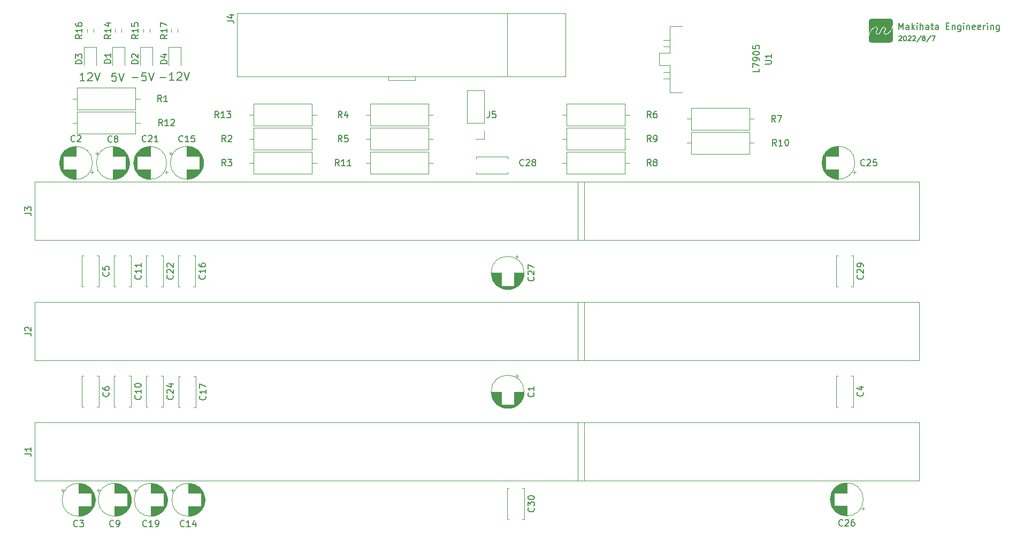
<source format=gbr>
%TF.GenerationSoftware,KiCad,Pcbnew,(6.0.7)*%
%TF.CreationDate,2022-08-07T07:45:21-07:00*%
%TF.ProjectId,isa_board,6973615f-626f-4617-9264-2e6b69636164,rev?*%
%TF.SameCoordinates,Original*%
%TF.FileFunction,Legend,Top*%
%TF.FilePolarity,Positive*%
%FSLAX46Y46*%
G04 Gerber Fmt 4.6, Leading zero omitted, Abs format (unit mm)*
G04 Created by KiCad (PCBNEW (6.0.7)) date 2022-08-07 07:45:21*
%MOMM*%
%LPD*%
G01*
G04 APERTURE LIST*
%ADD10C,0.150000*%
%ADD11C,0.177800*%
%ADD12C,0.120000*%
G04 APERTURE END LIST*
D10*
X77512142Y-47051153D02*
X78479761Y-47051153D01*
X79689285Y-46264962D02*
X79084523Y-46264962D01*
X79024047Y-46869724D01*
X79084523Y-46809248D01*
X79205476Y-46748772D01*
X79507857Y-46748772D01*
X79628809Y-46809248D01*
X79689285Y-46869724D01*
X79749761Y-46990677D01*
X79749761Y-47293058D01*
X79689285Y-47414010D01*
X79628809Y-47474486D01*
X79507857Y-47534962D01*
X79205476Y-47534962D01*
X79084523Y-47474486D01*
X79024047Y-47414010D01*
X80112619Y-46264962D02*
X80535952Y-47534962D01*
X80959285Y-46264962D01*
X81912977Y-46996807D02*
X82880597Y-46996807D01*
X84150597Y-47480616D02*
X83424882Y-47480616D01*
X83787739Y-47480616D02*
X83787739Y-46210616D01*
X83666787Y-46392045D01*
X83545835Y-46512997D01*
X83424882Y-46573473D01*
X84634406Y-46331569D02*
X84694882Y-46271093D01*
X84815835Y-46210616D01*
X85118216Y-46210616D01*
X85239168Y-46271093D01*
X85299644Y-46331569D01*
X85360120Y-46452521D01*
X85360120Y-46573473D01*
X85299644Y-46754902D01*
X84573930Y-47480616D01*
X85360120Y-47480616D01*
X85722977Y-46210616D02*
X86146311Y-47480616D01*
X86569644Y-46210616D01*
X69995115Y-47534962D02*
X69269401Y-47534962D01*
X69632258Y-47534962D02*
X69632258Y-46264962D01*
X69511306Y-46446391D01*
X69390353Y-46567343D01*
X69269401Y-46627819D01*
X70478925Y-46385915D02*
X70539401Y-46325439D01*
X70660353Y-46264962D01*
X70962734Y-46264962D01*
X71083686Y-46325439D01*
X71144163Y-46385915D01*
X71204639Y-46506867D01*
X71204639Y-46627819D01*
X71144163Y-46809248D01*
X70418448Y-47534962D01*
X71204639Y-47534962D01*
X71567496Y-46264962D02*
X71990829Y-47534962D01*
X72414163Y-46264962D01*
D11*
X198845523Y-39409619D02*
X198845523Y-38393619D01*
X199184190Y-39119333D01*
X199522857Y-38393619D01*
X199522857Y-39409619D01*
X200442095Y-39409619D02*
X200442095Y-38877428D01*
X200393714Y-38780666D01*
X200296952Y-38732285D01*
X200103428Y-38732285D01*
X200006666Y-38780666D01*
X200442095Y-39361238D02*
X200345333Y-39409619D01*
X200103428Y-39409619D01*
X200006666Y-39361238D01*
X199958285Y-39264476D01*
X199958285Y-39167714D01*
X200006666Y-39070952D01*
X200103428Y-39022571D01*
X200345333Y-39022571D01*
X200442095Y-38974190D01*
X200925904Y-39409619D02*
X200925904Y-38393619D01*
X201022666Y-39022571D02*
X201312952Y-39409619D01*
X201312952Y-38732285D02*
X200925904Y-39119333D01*
X201748380Y-39409619D02*
X201748380Y-38732285D01*
X201748380Y-38393619D02*
X201700000Y-38442000D01*
X201748380Y-38490380D01*
X201796761Y-38442000D01*
X201748380Y-38393619D01*
X201748380Y-38490380D01*
X202232190Y-39409619D02*
X202232190Y-38393619D01*
X202667619Y-39409619D02*
X202667619Y-38877428D01*
X202619238Y-38780666D01*
X202522476Y-38732285D01*
X202377333Y-38732285D01*
X202280571Y-38780666D01*
X202232190Y-38829047D01*
X203586857Y-39409619D02*
X203586857Y-38877428D01*
X203538476Y-38780666D01*
X203441714Y-38732285D01*
X203248190Y-38732285D01*
X203151428Y-38780666D01*
X203586857Y-39361238D02*
X203490095Y-39409619D01*
X203248190Y-39409619D01*
X203151428Y-39361238D01*
X203103047Y-39264476D01*
X203103047Y-39167714D01*
X203151428Y-39070952D01*
X203248190Y-39022571D01*
X203490095Y-39022571D01*
X203586857Y-38974190D01*
X203925523Y-38732285D02*
X204312571Y-38732285D01*
X204070666Y-38393619D02*
X204070666Y-39264476D01*
X204119047Y-39361238D01*
X204215809Y-39409619D01*
X204312571Y-39409619D01*
X205086666Y-39409619D02*
X205086666Y-38877428D01*
X205038285Y-38780666D01*
X204941523Y-38732285D01*
X204748000Y-38732285D01*
X204651238Y-38780666D01*
X205086666Y-39361238D02*
X204989904Y-39409619D01*
X204748000Y-39409619D01*
X204651238Y-39361238D01*
X204602857Y-39264476D01*
X204602857Y-39167714D01*
X204651238Y-39070952D01*
X204748000Y-39022571D01*
X204989904Y-39022571D01*
X205086666Y-38974190D01*
X206344571Y-38877428D02*
X206683238Y-38877428D01*
X206828380Y-39409619D02*
X206344571Y-39409619D01*
X206344571Y-38393619D01*
X206828380Y-38393619D01*
X207263809Y-38732285D02*
X207263809Y-39409619D01*
X207263809Y-38829047D02*
X207312190Y-38780666D01*
X207408952Y-38732285D01*
X207554095Y-38732285D01*
X207650857Y-38780666D01*
X207699238Y-38877428D01*
X207699238Y-39409619D01*
X208618476Y-38732285D02*
X208618476Y-39554761D01*
X208570095Y-39651523D01*
X208521714Y-39699904D01*
X208424952Y-39748285D01*
X208279809Y-39748285D01*
X208183047Y-39699904D01*
X208618476Y-39361238D02*
X208521714Y-39409619D01*
X208328190Y-39409619D01*
X208231428Y-39361238D01*
X208183047Y-39312857D01*
X208134666Y-39216095D01*
X208134666Y-38925809D01*
X208183047Y-38829047D01*
X208231428Y-38780666D01*
X208328190Y-38732285D01*
X208521714Y-38732285D01*
X208618476Y-38780666D01*
X209102285Y-39409619D02*
X209102285Y-38732285D01*
X209102285Y-38393619D02*
X209053904Y-38442000D01*
X209102285Y-38490380D01*
X209150666Y-38442000D01*
X209102285Y-38393619D01*
X209102285Y-38490380D01*
X209586095Y-38732285D02*
X209586095Y-39409619D01*
X209586095Y-38829047D02*
X209634476Y-38780666D01*
X209731238Y-38732285D01*
X209876380Y-38732285D01*
X209973142Y-38780666D01*
X210021523Y-38877428D01*
X210021523Y-39409619D01*
X210892380Y-39361238D02*
X210795619Y-39409619D01*
X210602095Y-39409619D01*
X210505333Y-39361238D01*
X210456952Y-39264476D01*
X210456952Y-38877428D01*
X210505333Y-38780666D01*
X210602095Y-38732285D01*
X210795619Y-38732285D01*
X210892380Y-38780666D01*
X210940761Y-38877428D01*
X210940761Y-38974190D01*
X210456952Y-39070952D01*
X211763238Y-39361238D02*
X211666476Y-39409619D01*
X211472952Y-39409619D01*
X211376190Y-39361238D01*
X211327809Y-39264476D01*
X211327809Y-38877428D01*
X211376190Y-38780666D01*
X211472952Y-38732285D01*
X211666476Y-38732285D01*
X211763238Y-38780666D01*
X211811619Y-38877428D01*
X211811619Y-38974190D01*
X211327809Y-39070952D01*
X212247047Y-39409619D02*
X212247047Y-38732285D01*
X212247047Y-38925809D02*
X212295428Y-38829047D01*
X212343809Y-38780666D01*
X212440571Y-38732285D01*
X212537333Y-38732285D01*
X212876000Y-39409619D02*
X212876000Y-38732285D01*
X212876000Y-38393619D02*
X212827619Y-38442000D01*
X212876000Y-38490380D01*
X212924380Y-38442000D01*
X212876000Y-38393619D01*
X212876000Y-38490380D01*
X213359809Y-38732285D02*
X213359809Y-39409619D01*
X213359809Y-38829047D02*
X213408190Y-38780666D01*
X213504952Y-38732285D01*
X213650095Y-38732285D01*
X213746857Y-38780666D01*
X213795238Y-38877428D01*
X213795238Y-39409619D01*
X214714476Y-38732285D02*
X214714476Y-39554761D01*
X214666095Y-39651523D01*
X214617714Y-39699904D01*
X214520952Y-39748285D01*
X214375809Y-39748285D01*
X214279047Y-39699904D01*
X214714476Y-39361238D02*
X214617714Y-39409619D01*
X214424190Y-39409619D01*
X214327428Y-39361238D01*
X214279047Y-39312857D01*
X214230666Y-39216095D01*
X214230666Y-38925809D01*
X214279047Y-38829047D01*
X214327428Y-38780666D01*
X214424190Y-38732285D01*
X214617714Y-38732285D01*
X214714476Y-38780666D01*
D10*
X74941485Y-46319309D02*
X74336723Y-46319309D01*
X74276247Y-46924071D01*
X74336723Y-46863595D01*
X74457675Y-46803119D01*
X74760056Y-46803119D01*
X74881009Y-46863595D01*
X74941485Y-46924071D01*
X75001961Y-47045024D01*
X75001961Y-47347405D01*
X74941485Y-47468357D01*
X74881009Y-47528833D01*
X74760056Y-47589309D01*
X74457675Y-47589309D01*
X74336723Y-47528833D01*
X74276247Y-47468357D01*
X75364818Y-46319309D02*
X75788151Y-47589309D01*
X76211485Y-46319309D01*
X198869714Y-40510285D02*
X198906000Y-40474000D01*
X198978571Y-40437714D01*
X199160000Y-40437714D01*
X199232571Y-40474000D01*
X199268857Y-40510285D01*
X199305142Y-40582857D01*
X199305142Y-40655428D01*
X199268857Y-40764285D01*
X198833428Y-41199714D01*
X199305142Y-41199714D01*
X199776857Y-40437714D02*
X199849428Y-40437714D01*
X199922000Y-40474000D01*
X199958285Y-40510285D01*
X199994571Y-40582857D01*
X200030857Y-40728000D01*
X200030857Y-40909428D01*
X199994571Y-41054571D01*
X199958285Y-41127142D01*
X199922000Y-41163428D01*
X199849428Y-41199714D01*
X199776857Y-41199714D01*
X199704285Y-41163428D01*
X199668000Y-41127142D01*
X199631714Y-41054571D01*
X199595428Y-40909428D01*
X199595428Y-40728000D01*
X199631714Y-40582857D01*
X199668000Y-40510285D01*
X199704285Y-40474000D01*
X199776857Y-40437714D01*
X200321142Y-40510285D02*
X200357428Y-40474000D01*
X200430000Y-40437714D01*
X200611428Y-40437714D01*
X200684000Y-40474000D01*
X200720285Y-40510285D01*
X200756571Y-40582857D01*
X200756571Y-40655428D01*
X200720285Y-40764285D01*
X200284857Y-41199714D01*
X200756571Y-41199714D01*
X201046857Y-40510285D02*
X201083142Y-40474000D01*
X201155714Y-40437714D01*
X201337142Y-40437714D01*
X201409714Y-40474000D01*
X201446000Y-40510285D01*
X201482285Y-40582857D01*
X201482285Y-40655428D01*
X201446000Y-40764285D01*
X201010571Y-41199714D01*
X201482285Y-41199714D01*
X202353142Y-40401428D02*
X201700000Y-41381142D01*
X202716000Y-40764285D02*
X202643428Y-40728000D01*
X202607142Y-40691714D01*
X202570857Y-40619142D01*
X202570857Y-40582857D01*
X202607142Y-40510285D01*
X202643428Y-40474000D01*
X202716000Y-40437714D01*
X202861142Y-40437714D01*
X202933714Y-40474000D01*
X202970000Y-40510285D01*
X203006285Y-40582857D01*
X203006285Y-40619142D01*
X202970000Y-40691714D01*
X202933714Y-40728000D01*
X202861142Y-40764285D01*
X202716000Y-40764285D01*
X202643428Y-40800571D01*
X202607142Y-40836857D01*
X202570857Y-40909428D01*
X202570857Y-41054571D01*
X202607142Y-41127142D01*
X202643428Y-41163428D01*
X202716000Y-41199714D01*
X202861142Y-41199714D01*
X202933714Y-41163428D01*
X202970000Y-41127142D01*
X203006285Y-41054571D01*
X203006285Y-40909428D01*
X202970000Y-40836857D01*
X202933714Y-40800571D01*
X202861142Y-40764285D01*
X203877142Y-40401428D02*
X203224000Y-41381142D01*
X204058571Y-40437714D02*
X204566571Y-40437714D01*
X204240000Y-41199714D01*
%TO.C,C14*%
X85757142Y-118047142D02*
X85709523Y-118094761D01*
X85566666Y-118142380D01*
X85471428Y-118142380D01*
X85328571Y-118094761D01*
X85233333Y-117999523D01*
X85185714Y-117904285D01*
X85138095Y-117713809D01*
X85138095Y-117570952D01*
X85185714Y-117380476D01*
X85233333Y-117285238D01*
X85328571Y-117190000D01*
X85471428Y-117142380D01*
X85566666Y-117142380D01*
X85709523Y-117190000D01*
X85757142Y-117237619D01*
X86709523Y-118142380D02*
X86138095Y-118142380D01*
X86423809Y-118142380D02*
X86423809Y-117142380D01*
X86328571Y-117285238D01*
X86233333Y-117380476D01*
X86138095Y-117428095D01*
X87566666Y-117475714D02*
X87566666Y-118142380D01*
X87328571Y-117094761D02*
X87090476Y-117809047D01*
X87709523Y-117809047D01*
%TO.C,C11*%
X78827142Y-78327857D02*
X78874761Y-78375476D01*
X78922380Y-78518333D01*
X78922380Y-78613571D01*
X78874761Y-78756428D01*
X78779523Y-78851666D01*
X78684285Y-78899285D01*
X78493809Y-78946904D01*
X78350952Y-78946904D01*
X78160476Y-78899285D01*
X78065238Y-78851666D01*
X77970000Y-78756428D01*
X77922380Y-78613571D01*
X77922380Y-78518333D01*
X77970000Y-78375476D01*
X78017619Y-78327857D01*
X78922380Y-77375476D02*
X78922380Y-77946904D01*
X78922380Y-77661190D02*
X77922380Y-77661190D01*
X78065238Y-77756428D01*
X78160476Y-77851666D01*
X78208095Y-77946904D01*
X78922380Y-76423095D02*
X78922380Y-76994523D01*
X78922380Y-76708809D02*
X77922380Y-76708809D01*
X78065238Y-76804047D01*
X78160476Y-76899285D01*
X78208095Y-76994523D01*
%TO.C,D3*%
X69564380Y-44833095D02*
X68564380Y-44833095D01*
X68564380Y-44595000D01*
X68612000Y-44452142D01*
X68707238Y-44356904D01*
X68802476Y-44309285D01*
X68992952Y-44261666D01*
X69135809Y-44261666D01*
X69326285Y-44309285D01*
X69421523Y-44356904D01*
X69516761Y-44452142D01*
X69564380Y-44595000D01*
X69564380Y-44833095D01*
X68564380Y-43928333D02*
X68564380Y-43309285D01*
X68945333Y-43642619D01*
X68945333Y-43499761D01*
X68992952Y-43404523D01*
X69040571Y-43356904D01*
X69135809Y-43309285D01*
X69373904Y-43309285D01*
X69469142Y-43356904D01*
X69516761Y-43404523D01*
X69564380Y-43499761D01*
X69564380Y-43785476D01*
X69516761Y-43880714D01*
X69469142Y-43928333D01*
%TO.C,D1*%
X74136380Y-44715595D02*
X73136380Y-44715595D01*
X73136380Y-44477500D01*
X73184000Y-44334642D01*
X73279238Y-44239404D01*
X73374476Y-44191785D01*
X73564952Y-44144166D01*
X73707809Y-44144166D01*
X73898285Y-44191785D01*
X73993523Y-44239404D01*
X74088761Y-44334642D01*
X74136380Y-44477500D01*
X74136380Y-44715595D01*
X74136380Y-43191785D02*
X74136380Y-43763214D01*
X74136380Y-43477500D02*
X73136380Y-43477500D01*
X73279238Y-43572738D01*
X73374476Y-43667976D01*
X73422095Y-43763214D01*
%TO.C,R1*%
X82153333Y-50832380D02*
X81820000Y-50356190D01*
X81581904Y-50832380D02*
X81581904Y-49832380D01*
X81962857Y-49832380D01*
X82058095Y-49880000D01*
X82105714Y-49927619D01*
X82153333Y-50022857D01*
X82153333Y-50165714D01*
X82105714Y-50260952D01*
X82058095Y-50308571D01*
X81962857Y-50356190D01*
X81581904Y-50356190D01*
X83105714Y-50832380D02*
X82534285Y-50832380D01*
X82820000Y-50832380D02*
X82820000Y-49832380D01*
X82724761Y-49975238D01*
X82629523Y-50070476D01*
X82534285Y-50118095D01*
%TO.C,R8*%
X159623333Y-60992380D02*
X159290000Y-60516190D01*
X159051904Y-60992380D02*
X159051904Y-59992380D01*
X159432857Y-59992380D01*
X159528095Y-60040000D01*
X159575714Y-60087619D01*
X159623333Y-60182857D01*
X159623333Y-60325714D01*
X159575714Y-60420952D01*
X159528095Y-60468571D01*
X159432857Y-60516190D01*
X159051904Y-60516190D01*
X160194761Y-60420952D02*
X160099523Y-60373333D01*
X160051904Y-60325714D01*
X160004285Y-60230476D01*
X160004285Y-60182857D01*
X160051904Y-60087619D01*
X160099523Y-60040000D01*
X160194761Y-59992380D01*
X160385238Y-59992380D01*
X160480476Y-60040000D01*
X160528095Y-60087619D01*
X160575714Y-60182857D01*
X160575714Y-60230476D01*
X160528095Y-60325714D01*
X160480476Y-60373333D01*
X160385238Y-60420952D01*
X160194761Y-60420952D01*
X160099523Y-60468571D01*
X160051904Y-60516190D01*
X160004285Y-60611428D01*
X160004285Y-60801904D01*
X160051904Y-60897142D01*
X160099523Y-60944761D01*
X160194761Y-60992380D01*
X160385238Y-60992380D01*
X160480476Y-60944761D01*
X160528095Y-60897142D01*
X160575714Y-60801904D01*
X160575714Y-60611428D01*
X160528095Y-60516190D01*
X160480476Y-60468571D01*
X160385238Y-60420952D01*
%TO.C,R16*%
X69564380Y-40227857D02*
X69088190Y-40561190D01*
X69564380Y-40799285D02*
X68564380Y-40799285D01*
X68564380Y-40418333D01*
X68612000Y-40323095D01*
X68659619Y-40275476D01*
X68754857Y-40227857D01*
X68897714Y-40227857D01*
X68992952Y-40275476D01*
X69040571Y-40323095D01*
X69088190Y-40418333D01*
X69088190Y-40799285D01*
X69564380Y-39275476D02*
X69564380Y-39846904D01*
X69564380Y-39561190D02*
X68564380Y-39561190D01*
X68707238Y-39656428D01*
X68802476Y-39751666D01*
X68850095Y-39846904D01*
X68564380Y-38418333D02*
X68564380Y-38608809D01*
X68612000Y-38704047D01*
X68659619Y-38751666D01*
X68802476Y-38846904D01*
X68992952Y-38894523D01*
X69373904Y-38894523D01*
X69469142Y-38846904D01*
X69516761Y-38799285D01*
X69564380Y-38704047D01*
X69564380Y-38513571D01*
X69516761Y-38418333D01*
X69469142Y-38370714D01*
X69373904Y-38323095D01*
X69135809Y-38323095D01*
X69040571Y-38370714D01*
X68992952Y-38418333D01*
X68945333Y-38513571D01*
X68945333Y-38704047D01*
X68992952Y-38799285D01*
X69040571Y-38846904D01*
X69135809Y-38894523D01*
%TO.C,C8*%
X74301162Y-57147141D02*
X74253543Y-57194760D01*
X74110686Y-57242379D01*
X74015448Y-57242379D01*
X73872590Y-57194760D01*
X73777352Y-57099522D01*
X73729733Y-57004284D01*
X73682114Y-56813808D01*
X73682114Y-56670951D01*
X73729733Y-56480475D01*
X73777352Y-56385237D01*
X73872590Y-56289999D01*
X74015448Y-56242379D01*
X74110686Y-56242379D01*
X74253543Y-56289999D01*
X74301162Y-56337618D01*
X74872590Y-56670951D02*
X74777352Y-56623332D01*
X74729733Y-56575713D01*
X74682114Y-56480475D01*
X74682114Y-56432856D01*
X74729733Y-56337618D01*
X74777352Y-56289999D01*
X74872590Y-56242379D01*
X75063067Y-56242379D01*
X75158305Y-56289999D01*
X75205924Y-56337618D01*
X75253543Y-56432856D01*
X75253543Y-56480475D01*
X75205924Y-56575713D01*
X75158305Y-56623332D01*
X75063067Y-56670951D01*
X74872590Y-56670951D01*
X74777352Y-56718570D01*
X74729733Y-56766189D01*
X74682114Y-56861427D01*
X74682114Y-57051903D01*
X74729733Y-57147141D01*
X74777352Y-57194760D01*
X74872590Y-57242379D01*
X75063067Y-57242379D01*
X75158305Y-57194760D01*
X75205924Y-57147141D01*
X75253543Y-57051903D01*
X75253543Y-56861427D01*
X75205924Y-56766189D01*
X75158305Y-56718570D01*
X75063067Y-56670951D01*
%TO.C,C1*%
X141037142Y-96946554D02*
X141084761Y-96994173D01*
X141132380Y-97137030D01*
X141132380Y-97232268D01*
X141084761Y-97375126D01*
X140989523Y-97470364D01*
X140894285Y-97517983D01*
X140703809Y-97565602D01*
X140560952Y-97565602D01*
X140370476Y-97517983D01*
X140275238Y-97470364D01*
X140180000Y-97375126D01*
X140132380Y-97232268D01*
X140132380Y-97137030D01*
X140180000Y-96994173D01*
X140227619Y-96946554D01*
X141132380Y-95994173D02*
X141132380Y-96565602D01*
X141132380Y-96279888D02*
X140132380Y-96279888D01*
X140275238Y-96375126D01*
X140370476Y-96470364D01*
X140418095Y-96565602D01*
%TO.C,C29*%
X193127142Y-78327857D02*
X193174761Y-78375476D01*
X193222380Y-78518333D01*
X193222380Y-78613571D01*
X193174761Y-78756428D01*
X193079523Y-78851666D01*
X192984285Y-78899285D01*
X192793809Y-78946904D01*
X192650952Y-78946904D01*
X192460476Y-78899285D01*
X192365238Y-78851666D01*
X192270000Y-78756428D01*
X192222380Y-78613571D01*
X192222380Y-78518333D01*
X192270000Y-78375476D01*
X192317619Y-78327857D01*
X192317619Y-77946904D02*
X192270000Y-77899285D01*
X192222380Y-77804047D01*
X192222380Y-77565952D01*
X192270000Y-77470714D01*
X192317619Y-77423095D01*
X192412857Y-77375476D01*
X192508095Y-77375476D01*
X192650952Y-77423095D01*
X193222380Y-77994523D01*
X193222380Y-77375476D01*
X193222380Y-76899285D02*
X193222380Y-76708809D01*
X193174761Y-76613571D01*
X193127142Y-76565952D01*
X192984285Y-76470714D01*
X192793809Y-76423095D01*
X192412857Y-76423095D01*
X192317619Y-76470714D01*
X192270000Y-76518333D01*
X192222380Y-76613571D01*
X192222380Y-76804047D01*
X192270000Y-76899285D01*
X192317619Y-76946904D01*
X192412857Y-76994523D01*
X192650952Y-76994523D01*
X192746190Y-76946904D01*
X192793809Y-76899285D01*
X192841428Y-76804047D01*
X192841428Y-76613571D01*
X192793809Y-76518333D01*
X192746190Y-76470714D01*
X192650952Y-76423095D01*
%TO.C,R5*%
X110728333Y-57182380D02*
X110395000Y-56706190D01*
X110156904Y-57182380D02*
X110156904Y-56182380D01*
X110537857Y-56182380D01*
X110633095Y-56230000D01*
X110680714Y-56277619D01*
X110728333Y-56372857D01*
X110728333Y-56515714D01*
X110680714Y-56610952D01*
X110633095Y-56658571D01*
X110537857Y-56706190D01*
X110156904Y-56706190D01*
X111633095Y-56182380D02*
X111156904Y-56182380D01*
X111109285Y-56658571D01*
X111156904Y-56610952D01*
X111252142Y-56563333D01*
X111490238Y-56563333D01*
X111585476Y-56610952D01*
X111633095Y-56658571D01*
X111680714Y-56753809D01*
X111680714Y-56991904D01*
X111633095Y-57087142D01*
X111585476Y-57134761D01*
X111490238Y-57182380D01*
X111252142Y-57182380D01*
X111156904Y-57134761D01*
X111109285Y-57087142D01*
%TO.C,C25*%
X193437142Y-60897142D02*
X193389523Y-60944761D01*
X193246666Y-60992380D01*
X193151428Y-60992380D01*
X193008571Y-60944761D01*
X192913333Y-60849523D01*
X192865714Y-60754285D01*
X192818095Y-60563809D01*
X192818095Y-60420952D01*
X192865714Y-60230476D01*
X192913333Y-60135238D01*
X193008571Y-60040000D01*
X193151428Y-59992380D01*
X193246666Y-59992380D01*
X193389523Y-60040000D01*
X193437142Y-60087619D01*
X193818095Y-60087619D02*
X193865714Y-60040000D01*
X193960952Y-59992380D01*
X194199047Y-59992380D01*
X194294285Y-60040000D01*
X194341904Y-60087619D01*
X194389523Y-60182857D01*
X194389523Y-60278095D01*
X194341904Y-60420952D01*
X193770476Y-60992380D01*
X194389523Y-60992380D01*
X195294285Y-59992380D02*
X194818095Y-59992380D01*
X194770476Y-60468571D01*
X194818095Y-60420952D01*
X194913333Y-60373333D01*
X195151428Y-60373333D01*
X195246666Y-60420952D01*
X195294285Y-60468571D01*
X195341904Y-60563809D01*
X195341904Y-60801904D01*
X195294285Y-60897142D01*
X195246666Y-60944761D01*
X195151428Y-60992380D01*
X194913333Y-60992380D01*
X194818095Y-60944761D01*
X194770476Y-60897142D01*
%TO.C,C27*%
X141037142Y-78597857D02*
X141084761Y-78645476D01*
X141132380Y-78788333D01*
X141132380Y-78883571D01*
X141084761Y-79026428D01*
X140989523Y-79121666D01*
X140894285Y-79169285D01*
X140703809Y-79216904D01*
X140560952Y-79216904D01*
X140370476Y-79169285D01*
X140275238Y-79121666D01*
X140180000Y-79026428D01*
X140132380Y-78883571D01*
X140132380Y-78788333D01*
X140180000Y-78645476D01*
X140227619Y-78597857D01*
X140227619Y-78216904D02*
X140180000Y-78169285D01*
X140132380Y-78074047D01*
X140132380Y-77835952D01*
X140180000Y-77740714D01*
X140227619Y-77693095D01*
X140322857Y-77645476D01*
X140418095Y-77645476D01*
X140560952Y-77693095D01*
X141132380Y-78264523D01*
X141132380Y-77645476D01*
X140132380Y-77312142D02*
X140132380Y-76645476D01*
X141132380Y-77074047D01*
%TO.C,C17*%
X89071681Y-97453161D02*
X89119300Y-97500780D01*
X89166919Y-97643637D01*
X89166919Y-97738875D01*
X89119300Y-97881732D01*
X89024062Y-97976970D01*
X88928824Y-98024589D01*
X88738348Y-98072208D01*
X88595491Y-98072208D01*
X88405015Y-98024589D01*
X88309777Y-97976970D01*
X88214539Y-97881732D01*
X88166919Y-97738875D01*
X88166919Y-97643637D01*
X88214539Y-97500780D01*
X88262158Y-97453161D01*
X89166919Y-96500780D02*
X89166919Y-97072208D01*
X89166919Y-96786494D02*
X88166919Y-96786494D01*
X88309777Y-96881732D01*
X88405015Y-96976970D01*
X88452634Y-97072208D01*
X88166919Y-96167446D02*
X88166919Y-95500780D01*
X89166919Y-95929351D01*
%TO.C,C4*%
X193127142Y-96861666D02*
X193174761Y-96909285D01*
X193222380Y-97052142D01*
X193222380Y-97147380D01*
X193174761Y-97290238D01*
X193079523Y-97385476D01*
X192984285Y-97433095D01*
X192793809Y-97480714D01*
X192650952Y-97480714D01*
X192460476Y-97433095D01*
X192365238Y-97385476D01*
X192270000Y-97290238D01*
X192222380Y-97147380D01*
X192222380Y-97052142D01*
X192270000Y-96909285D01*
X192317619Y-96861666D01*
X192555714Y-96004523D02*
X193222380Y-96004523D01*
X192174761Y-96242619D02*
X192889047Y-96480714D01*
X192889047Y-95861666D01*
%TO.C,D2*%
X78454380Y-44805595D02*
X77454380Y-44805595D01*
X77454380Y-44567500D01*
X77502000Y-44424642D01*
X77597238Y-44329404D01*
X77692476Y-44281785D01*
X77882952Y-44234166D01*
X78025809Y-44234166D01*
X78216285Y-44281785D01*
X78311523Y-44329404D01*
X78406761Y-44424642D01*
X78454380Y-44567500D01*
X78454380Y-44805595D01*
X77549619Y-43853214D02*
X77502000Y-43805595D01*
X77454380Y-43710357D01*
X77454380Y-43472261D01*
X77502000Y-43377023D01*
X77549619Y-43329404D01*
X77644857Y-43281785D01*
X77740095Y-43281785D01*
X77882952Y-43329404D01*
X78454380Y-43900833D01*
X78454380Y-43281785D01*
%TO.C,C9*%
X74578220Y-118047142D02*
X74530601Y-118094761D01*
X74387744Y-118142380D01*
X74292506Y-118142380D01*
X74149648Y-118094761D01*
X74054410Y-117999523D01*
X74006791Y-117904285D01*
X73959172Y-117713809D01*
X73959172Y-117570952D01*
X74006791Y-117380476D01*
X74054410Y-117285238D01*
X74149648Y-117190000D01*
X74292506Y-117142380D01*
X74387744Y-117142380D01*
X74530601Y-117190000D01*
X74578220Y-117237619D01*
X75054410Y-118142380D02*
X75244887Y-118142380D01*
X75340125Y-118094761D01*
X75387744Y-118047142D01*
X75482982Y-117904285D01*
X75530601Y-117713809D01*
X75530601Y-117332857D01*
X75482982Y-117237619D01*
X75435363Y-117190000D01*
X75340125Y-117142380D01*
X75149648Y-117142380D01*
X75054410Y-117190000D01*
X75006791Y-117237619D01*
X74959172Y-117332857D01*
X74959172Y-117570952D01*
X75006791Y-117666190D01*
X75054410Y-117713809D01*
X75149648Y-117761428D01*
X75340125Y-117761428D01*
X75435363Y-117713809D01*
X75482982Y-117666190D01*
X75530601Y-117570952D01*
%TO.C,C19*%
X79817029Y-118047142D02*
X79769410Y-118094761D01*
X79626553Y-118142380D01*
X79531315Y-118142380D01*
X79388458Y-118094761D01*
X79293220Y-117999523D01*
X79245601Y-117904285D01*
X79197982Y-117713809D01*
X79197982Y-117570952D01*
X79245601Y-117380476D01*
X79293220Y-117285238D01*
X79388458Y-117190000D01*
X79531315Y-117142380D01*
X79626553Y-117142380D01*
X79769410Y-117190000D01*
X79817029Y-117237619D01*
X80769410Y-118142380D02*
X80197982Y-118142380D01*
X80483696Y-118142380D02*
X80483696Y-117142380D01*
X80388458Y-117285238D01*
X80293220Y-117380476D01*
X80197982Y-117428095D01*
X81245601Y-118142380D02*
X81436077Y-118142380D01*
X81531315Y-118094761D01*
X81578934Y-118047142D01*
X81674172Y-117904285D01*
X81721791Y-117713809D01*
X81721791Y-117332857D01*
X81674172Y-117237619D01*
X81626553Y-117190000D01*
X81531315Y-117142380D01*
X81340839Y-117142380D01*
X81245601Y-117190000D01*
X81197982Y-117237619D01*
X81150363Y-117332857D01*
X81150363Y-117570952D01*
X81197982Y-117666190D01*
X81245601Y-117713809D01*
X81340839Y-117761428D01*
X81531315Y-117761428D01*
X81626553Y-117713809D01*
X81674172Y-117666190D01*
X81721791Y-117570952D01*
%TO.C,C30*%
X141057142Y-115157857D02*
X141104761Y-115205476D01*
X141152380Y-115348333D01*
X141152380Y-115443571D01*
X141104761Y-115586428D01*
X141009523Y-115681666D01*
X140914285Y-115729285D01*
X140723809Y-115776904D01*
X140580952Y-115776904D01*
X140390476Y-115729285D01*
X140295238Y-115681666D01*
X140200000Y-115586428D01*
X140152380Y-115443571D01*
X140152380Y-115348333D01*
X140200000Y-115205476D01*
X140247619Y-115157857D01*
X140152380Y-114824523D02*
X140152380Y-114205476D01*
X140533333Y-114538809D01*
X140533333Y-114395952D01*
X140580952Y-114300714D01*
X140628571Y-114253095D01*
X140723809Y-114205476D01*
X140961904Y-114205476D01*
X141057142Y-114253095D01*
X141104761Y-114300714D01*
X141152380Y-114395952D01*
X141152380Y-114681666D01*
X141104761Y-114776904D01*
X141057142Y-114824523D01*
X140152380Y-113586428D02*
X140152380Y-113491190D01*
X140200000Y-113395952D01*
X140247619Y-113348333D01*
X140342857Y-113300714D01*
X140533333Y-113253095D01*
X140771428Y-113253095D01*
X140961904Y-113300714D01*
X141057142Y-113348333D01*
X141104761Y-113395952D01*
X141152380Y-113491190D01*
X141152380Y-113586428D01*
X141104761Y-113681666D01*
X141057142Y-113729285D01*
X140961904Y-113776904D01*
X140771428Y-113824523D01*
X140533333Y-113824523D01*
X140342857Y-113776904D01*
X140247619Y-113729285D01*
X140200000Y-113681666D01*
X140152380Y-113586428D01*
%TO.C,C3*%
X68863220Y-118047142D02*
X68815601Y-118094761D01*
X68672744Y-118142380D01*
X68577506Y-118142380D01*
X68434648Y-118094761D01*
X68339410Y-117999523D01*
X68291791Y-117904285D01*
X68244172Y-117713809D01*
X68244172Y-117570952D01*
X68291791Y-117380476D01*
X68339410Y-117285238D01*
X68434648Y-117190000D01*
X68577506Y-117142380D01*
X68672744Y-117142380D01*
X68815601Y-117190000D01*
X68863220Y-117237619D01*
X69196553Y-117142380D02*
X69815601Y-117142380D01*
X69482267Y-117523333D01*
X69625125Y-117523333D01*
X69720363Y-117570952D01*
X69767982Y-117618571D01*
X69815601Y-117713809D01*
X69815601Y-117951904D01*
X69767982Y-118047142D01*
X69720363Y-118094761D01*
X69625125Y-118142380D01*
X69339410Y-118142380D01*
X69244172Y-118094761D01*
X69196553Y-118047142D01*
%TO.C,C24*%
X83907142Y-97377857D02*
X83954761Y-97425476D01*
X84002380Y-97568333D01*
X84002380Y-97663571D01*
X83954761Y-97806428D01*
X83859523Y-97901666D01*
X83764285Y-97949285D01*
X83573809Y-97996904D01*
X83430952Y-97996904D01*
X83240476Y-97949285D01*
X83145238Y-97901666D01*
X83050000Y-97806428D01*
X83002380Y-97663571D01*
X83002380Y-97568333D01*
X83050000Y-97425476D01*
X83097619Y-97377857D01*
X83097619Y-96996904D02*
X83050000Y-96949285D01*
X83002380Y-96854047D01*
X83002380Y-96615952D01*
X83050000Y-96520714D01*
X83097619Y-96473095D01*
X83192857Y-96425476D01*
X83288095Y-96425476D01*
X83430952Y-96473095D01*
X84002380Y-97044523D01*
X84002380Y-96425476D01*
X83335714Y-95568333D02*
X84002380Y-95568333D01*
X82954761Y-95806428D02*
X83669047Y-96044523D01*
X83669047Y-95425476D01*
%TO.C,C5*%
X73747142Y-77851666D02*
X73794761Y-77899285D01*
X73842380Y-78042142D01*
X73842380Y-78137380D01*
X73794761Y-78280238D01*
X73699523Y-78375476D01*
X73604285Y-78423095D01*
X73413809Y-78470714D01*
X73270952Y-78470714D01*
X73080476Y-78423095D01*
X72985238Y-78375476D01*
X72890000Y-78280238D01*
X72842380Y-78137380D01*
X72842380Y-78042142D01*
X72890000Y-77899285D01*
X72937619Y-77851666D01*
X72842380Y-76946904D02*
X72842380Y-77423095D01*
X73318571Y-77470714D01*
X73270952Y-77423095D01*
X73223333Y-77327857D01*
X73223333Y-77089761D01*
X73270952Y-76994523D01*
X73318571Y-76946904D01*
X73413809Y-76899285D01*
X73651904Y-76899285D01*
X73747142Y-76946904D01*
X73794761Y-76994523D01*
X73842380Y-77089761D01*
X73842380Y-77327857D01*
X73794761Y-77423095D01*
X73747142Y-77470714D01*
%TO.C,R3*%
X92313333Y-60992380D02*
X91980000Y-60516190D01*
X91741904Y-60992380D02*
X91741904Y-59992380D01*
X92122857Y-59992380D01*
X92218095Y-60040000D01*
X92265714Y-60087619D01*
X92313333Y-60182857D01*
X92313333Y-60325714D01*
X92265714Y-60420952D01*
X92218095Y-60468571D01*
X92122857Y-60516190D01*
X91741904Y-60516190D01*
X92646666Y-59992380D02*
X93265714Y-59992380D01*
X92932380Y-60373333D01*
X93075238Y-60373333D01*
X93170476Y-60420952D01*
X93218095Y-60468571D01*
X93265714Y-60563809D01*
X93265714Y-60801904D01*
X93218095Y-60897142D01*
X93170476Y-60944761D01*
X93075238Y-60992380D01*
X92789523Y-60992380D01*
X92694285Y-60944761D01*
X92646666Y-60897142D01*
%TO.C,J3*%
X60532380Y-68493333D02*
X61246666Y-68493333D01*
X61389523Y-68540952D01*
X61484761Y-68636190D01*
X61532380Y-68779047D01*
X61532380Y-68874285D01*
X60532380Y-68112380D02*
X60532380Y-67493333D01*
X60913333Y-67826666D01*
X60913333Y-67683809D01*
X60960952Y-67588571D01*
X61008571Y-67540952D01*
X61103809Y-67493333D01*
X61341904Y-67493333D01*
X61437142Y-67540952D01*
X61484761Y-67588571D01*
X61532380Y-67683809D01*
X61532380Y-67969523D01*
X61484761Y-68064761D01*
X61437142Y-68112380D01*
%TO.C,C28*%
X139462142Y-60897142D02*
X139414523Y-60944761D01*
X139271666Y-60992380D01*
X139176428Y-60992380D01*
X139033571Y-60944761D01*
X138938333Y-60849523D01*
X138890714Y-60754285D01*
X138843095Y-60563809D01*
X138843095Y-60420952D01*
X138890714Y-60230476D01*
X138938333Y-60135238D01*
X139033571Y-60040000D01*
X139176428Y-59992380D01*
X139271666Y-59992380D01*
X139414523Y-60040000D01*
X139462142Y-60087619D01*
X139843095Y-60087619D02*
X139890714Y-60040000D01*
X139985952Y-59992380D01*
X140224047Y-59992380D01*
X140319285Y-60040000D01*
X140366904Y-60087619D01*
X140414523Y-60182857D01*
X140414523Y-60278095D01*
X140366904Y-60420952D01*
X139795476Y-60992380D01*
X140414523Y-60992380D01*
X140985952Y-60420952D02*
X140890714Y-60373333D01*
X140843095Y-60325714D01*
X140795476Y-60230476D01*
X140795476Y-60182857D01*
X140843095Y-60087619D01*
X140890714Y-60040000D01*
X140985952Y-59992380D01*
X141176428Y-59992380D01*
X141271666Y-60040000D01*
X141319285Y-60087619D01*
X141366904Y-60182857D01*
X141366904Y-60230476D01*
X141319285Y-60325714D01*
X141271666Y-60373333D01*
X141176428Y-60420952D01*
X140985952Y-60420952D01*
X140890714Y-60468571D01*
X140843095Y-60516190D01*
X140795476Y-60611428D01*
X140795476Y-60801904D01*
X140843095Y-60897142D01*
X140890714Y-60944761D01*
X140985952Y-60992380D01*
X141176428Y-60992380D01*
X141271666Y-60944761D01*
X141319285Y-60897142D01*
X141366904Y-60801904D01*
X141366904Y-60611428D01*
X141319285Y-60516190D01*
X141271666Y-60468571D01*
X141176428Y-60420952D01*
%TO.C,R17*%
X83026380Y-40227857D02*
X82550190Y-40561190D01*
X83026380Y-40799285D02*
X82026380Y-40799285D01*
X82026380Y-40418333D01*
X82074000Y-40323095D01*
X82121619Y-40275476D01*
X82216857Y-40227857D01*
X82359714Y-40227857D01*
X82454952Y-40275476D01*
X82502571Y-40323095D01*
X82550190Y-40418333D01*
X82550190Y-40799285D01*
X83026380Y-39275476D02*
X83026380Y-39846904D01*
X83026380Y-39561190D02*
X82026380Y-39561190D01*
X82169238Y-39656428D01*
X82264476Y-39751666D01*
X82312095Y-39846904D01*
X82026380Y-38942142D02*
X82026380Y-38275476D01*
X83026380Y-38704047D01*
%TO.C,C10*%
X78827142Y-97377857D02*
X78874761Y-97425476D01*
X78922380Y-97568333D01*
X78922380Y-97663571D01*
X78874761Y-97806428D01*
X78779523Y-97901666D01*
X78684285Y-97949285D01*
X78493809Y-97996904D01*
X78350952Y-97996904D01*
X78160476Y-97949285D01*
X78065238Y-97901666D01*
X77970000Y-97806428D01*
X77922380Y-97663571D01*
X77922380Y-97568333D01*
X77970000Y-97425476D01*
X78017619Y-97377857D01*
X78922380Y-96425476D02*
X78922380Y-96996904D01*
X78922380Y-96711190D02*
X77922380Y-96711190D01*
X78065238Y-96806428D01*
X78160476Y-96901666D01*
X78208095Y-96996904D01*
X77922380Y-95806428D02*
X77922380Y-95711190D01*
X77970000Y-95615952D01*
X78017619Y-95568333D01*
X78112857Y-95520714D01*
X78303333Y-95473095D01*
X78541428Y-95473095D01*
X78731904Y-95520714D01*
X78827142Y-95568333D01*
X78874761Y-95615952D01*
X78922380Y-95711190D01*
X78922380Y-95806428D01*
X78874761Y-95901666D01*
X78827142Y-95949285D01*
X78731904Y-95996904D01*
X78541428Y-96044523D01*
X78303333Y-96044523D01*
X78112857Y-95996904D01*
X78017619Y-95949285D01*
X77970000Y-95901666D01*
X77922380Y-95806428D01*
%TO.C,R14*%
X74136380Y-40227857D02*
X73660190Y-40561190D01*
X74136380Y-40799285D02*
X73136380Y-40799285D01*
X73136380Y-40418333D01*
X73184000Y-40323095D01*
X73231619Y-40275476D01*
X73326857Y-40227857D01*
X73469714Y-40227857D01*
X73564952Y-40275476D01*
X73612571Y-40323095D01*
X73660190Y-40418333D01*
X73660190Y-40799285D01*
X74136380Y-39275476D02*
X74136380Y-39846904D01*
X74136380Y-39561190D02*
X73136380Y-39561190D01*
X73279238Y-39656428D01*
X73374476Y-39751666D01*
X73422095Y-39846904D01*
X73469714Y-38418333D02*
X74136380Y-38418333D01*
X73088761Y-38656428D02*
X73803047Y-38894523D01*
X73803047Y-38275476D01*
%TO.C,R9*%
X159623333Y-57182380D02*
X159290000Y-56706190D01*
X159051904Y-57182380D02*
X159051904Y-56182380D01*
X159432857Y-56182380D01*
X159528095Y-56230000D01*
X159575714Y-56277619D01*
X159623333Y-56372857D01*
X159623333Y-56515714D01*
X159575714Y-56610952D01*
X159528095Y-56658571D01*
X159432857Y-56706190D01*
X159051904Y-56706190D01*
X160099523Y-57182380D02*
X160290000Y-57182380D01*
X160385238Y-57134761D01*
X160432857Y-57087142D01*
X160528095Y-56944285D01*
X160575714Y-56753809D01*
X160575714Y-56372857D01*
X160528095Y-56277619D01*
X160480476Y-56230000D01*
X160385238Y-56182380D01*
X160194761Y-56182380D01*
X160099523Y-56230000D01*
X160051904Y-56277619D01*
X160004285Y-56372857D01*
X160004285Y-56610952D01*
X160051904Y-56706190D01*
X160099523Y-56753809D01*
X160194761Y-56801428D01*
X160385238Y-56801428D01*
X160480476Y-56753809D01*
X160528095Y-56706190D01*
X160575714Y-56610952D01*
%TO.C,R7*%
X179308333Y-54007380D02*
X178975000Y-53531190D01*
X178736904Y-54007380D02*
X178736904Y-53007380D01*
X179117857Y-53007380D01*
X179213095Y-53055000D01*
X179260714Y-53102619D01*
X179308333Y-53197857D01*
X179308333Y-53340714D01*
X179260714Y-53435952D01*
X179213095Y-53483571D01*
X179117857Y-53531190D01*
X178736904Y-53531190D01*
X179641666Y-53007380D02*
X180308333Y-53007380D01*
X179879761Y-54007380D01*
%TO.C,R10*%
X179467142Y-57817380D02*
X179133809Y-57341190D01*
X178895714Y-57817380D02*
X178895714Y-56817380D01*
X179276666Y-56817380D01*
X179371904Y-56865000D01*
X179419523Y-56912619D01*
X179467142Y-57007857D01*
X179467142Y-57150714D01*
X179419523Y-57245952D01*
X179371904Y-57293571D01*
X179276666Y-57341190D01*
X178895714Y-57341190D01*
X180419523Y-57817380D02*
X179848095Y-57817380D01*
X180133809Y-57817380D02*
X180133809Y-56817380D01*
X180038571Y-56960238D01*
X179943333Y-57055476D01*
X179848095Y-57103095D01*
X181038571Y-56817380D02*
X181133809Y-56817380D01*
X181229047Y-56865000D01*
X181276666Y-56912619D01*
X181324285Y-57007857D01*
X181371904Y-57198333D01*
X181371904Y-57436428D01*
X181324285Y-57626904D01*
X181276666Y-57722142D01*
X181229047Y-57769761D01*
X181133809Y-57817380D01*
X181038571Y-57817380D01*
X180943333Y-57769761D01*
X180895714Y-57722142D01*
X180848095Y-57626904D01*
X180800476Y-57436428D01*
X180800476Y-57198333D01*
X180848095Y-57007857D01*
X180895714Y-56912619D01*
X180943333Y-56865000D01*
X181038571Y-56817380D01*
%TO.C,C26*%
X189953406Y-117929221D02*
X189905787Y-117976840D01*
X189762930Y-118024459D01*
X189667692Y-118024459D01*
X189524835Y-117976840D01*
X189429597Y-117881602D01*
X189381978Y-117786364D01*
X189334359Y-117595888D01*
X189334359Y-117453031D01*
X189381978Y-117262555D01*
X189429597Y-117167317D01*
X189524835Y-117072079D01*
X189667692Y-117024459D01*
X189762930Y-117024459D01*
X189905787Y-117072079D01*
X189953406Y-117119698D01*
X190334359Y-117119698D02*
X190381978Y-117072079D01*
X190477216Y-117024459D01*
X190715311Y-117024459D01*
X190810549Y-117072079D01*
X190858168Y-117119698D01*
X190905787Y-117214936D01*
X190905787Y-117310174D01*
X190858168Y-117453031D01*
X190286740Y-118024459D01*
X190905787Y-118024459D01*
X191762930Y-117024459D02*
X191572454Y-117024459D01*
X191477216Y-117072079D01*
X191429597Y-117119698D01*
X191334359Y-117262555D01*
X191286740Y-117453031D01*
X191286740Y-117833983D01*
X191334359Y-117929221D01*
X191381978Y-117976840D01*
X191477216Y-118024459D01*
X191667692Y-118024459D01*
X191762930Y-117976840D01*
X191810549Y-117929221D01*
X191858168Y-117833983D01*
X191858168Y-117595888D01*
X191810549Y-117500650D01*
X191762930Y-117453031D01*
X191667692Y-117405412D01*
X191477216Y-117405412D01*
X191381978Y-117453031D01*
X191334359Y-117500650D01*
X191286740Y-117595888D01*
%TO.C,J2*%
X60532380Y-87543333D02*
X61246666Y-87543333D01*
X61389523Y-87590952D01*
X61484761Y-87686190D01*
X61532380Y-87829047D01*
X61532380Y-87924285D01*
X60627619Y-87114761D02*
X60580000Y-87067142D01*
X60532380Y-86971904D01*
X60532380Y-86733809D01*
X60580000Y-86638571D01*
X60627619Y-86590952D01*
X60722857Y-86543333D01*
X60818095Y-86543333D01*
X60960952Y-86590952D01*
X61532380Y-87162380D01*
X61532380Y-86543333D01*
%TO.C,R13*%
X91202142Y-53372380D02*
X90868809Y-52896190D01*
X90630714Y-53372380D02*
X90630714Y-52372380D01*
X91011666Y-52372380D01*
X91106904Y-52420000D01*
X91154523Y-52467619D01*
X91202142Y-52562857D01*
X91202142Y-52705714D01*
X91154523Y-52800952D01*
X91106904Y-52848571D01*
X91011666Y-52896190D01*
X90630714Y-52896190D01*
X92154523Y-53372380D02*
X91583095Y-53372380D01*
X91868809Y-53372380D02*
X91868809Y-52372380D01*
X91773571Y-52515238D01*
X91678333Y-52610476D01*
X91583095Y-52658095D01*
X92487857Y-52372380D02*
X93106904Y-52372380D01*
X92773571Y-52753333D01*
X92916428Y-52753333D01*
X93011666Y-52800952D01*
X93059285Y-52848571D01*
X93106904Y-52943809D01*
X93106904Y-53181904D01*
X93059285Y-53277142D01*
X93011666Y-53324761D01*
X92916428Y-53372380D01*
X92630714Y-53372380D01*
X92535476Y-53324761D01*
X92487857Y-53277142D01*
%TO.C,R11*%
X110252142Y-60992380D02*
X109918809Y-60516190D01*
X109680714Y-60992380D02*
X109680714Y-59992380D01*
X110061666Y-59992380D01*
X110156904Y-60040000D01*
X110204523Y-60087619D01*
X110252142Y-60182857D01*
X110252142Y-60325714D01*
X110204523Y-60420952D01*
X110156904Y-60468571D01*
X110061666Y-60516190D01*
X109680714Y-60516190D01*
X111204523Y-60992380D02*
X110633095Y-60992380D01*
X110918809Y-60992380D02*
X110918809Y-59992380D01*
X110823571Y-60135238D01*
X110728333Y-60230476D01*
X110633095Y-60278095D01*
X112156904Y-60992380D02*
X111585476Y-60992380D01*
X111871190Y-60992380D02*
X111871190Y-59992380D01*
X111775952Y-60135238D01*
X111680714Y-60230476D01*
X111585476Y-60278095D01*
%TO.C,C21*%
X79712071Y-57087142D02*
X79664452Y-57134761D01*
X79521595Y-57182380D01*
X79426357Y-57182380D01*
X79283500Y-57134761D01*
X79188262Y-57039523D01*
X79140643Y-56944285D01*
X79093024Y-56753809D01*
X79093024Y-56610952D01*
X79140643Y-56420476D01*
X79188262Y-56325238D01*
X79283500Y-56230000D01*
X79426357Y-56182380D01*
X79521595Y-56182380D01*
X79664452Y-56230000D01*
X79712071Y-56277619D01*
X80093024Y-56277619D02*
X80140643Y-56230000D01*
X80235881Y-56182380D01*
X80473976Y-56182380D01*
X80569214Y-56230000D01*
X80616833Y-56277619D01*
X80664452Y-56372857D01*
X80664452Y-56468095D01*
X80616833Y-56610952D01*
X80045405Y-57182380D01*
X80664452Y-57182380D01*
X81616833Y-57182380D02*
X81045405Y-57182380D01*
X81331119Y-57182380D02*
X81331119Y-56182380D01*
X81235881Y-56325238D01*
X81140643Y-56420476D01*
X81045405Y-56468095D01*
%TO.C,C22*%
X83907142Y-78327857D02*
X83954761Y-78375476D01*
X84002380Y-78518333D01*
X84002380Y-78613571D01*
X83954761Y-78756428D01*
X83859523Y-78851666D01*
X83764285Y-78899285D01*
X83573809Y-78946904D01*
X83430952Y-78946904D01*
X83240476Y-78899285D01*
X83145238Y-78851666D01*
X83050000Y-78756428D01*
X83002380Y-78613571D01*
X83002380Y-78518333D01*
X83050000Y-78375476D01*
X83097619Y-78327857D01*
X83097619Y-77946904D02*
X83050000Y-77899285D01*
X83002380Y-77804047D01*
X83002380Y-77565952D01*
X83050000Y-77470714D01*
X83097619Y-77423095D01*
X83192857Y-77375476D01*
X83288095Y-77375476D01*
X83430952Y-77423095D01*
X84002380Y-77994523D01*
X84002380Y-77375476D01*
X83097619Y-76994523D02*
X83050000Y-76946904D01*
X83002380Y-76851666D01*
X83002380Y-76613571D01*
X83050000Y-76518333D01*
X83097619Y-76470714D01*
X83192857Y-76423095D01*
X83288095Y-76423095D01*
X83430952Y-76470714D01*
X84002380Y-77042142D01*
X84002380Y-76423095D01*
%TO.C,D4*%
X83026380Y-44808095D02*
X82026380Y-44808095D01*
X82026380Y-44570000D01*
X82074000Y-44427142D01*
X82169238Y-44331904D01*
X82264476Y-44284285D01*
X82454952Y-44236666D01*
X82597809Y-44236666D01*
X82788285Y-44284285D01*
X82883523Y-44331904D01*
X82978761Y-44427142D01*
X83026380Y-44570000D01*
X83026380Y-44808095D01*
X82359714Y-43379523D02*
X83026380Y-43379523D01*
X81978761Y-43617619D02*
X82693047Y-43855714D01*
X82693047Y-43236666D01*
%TO.C,C16*%
X88987142Y-78327857D02*
X89034761Y-78375476D01*
X89082380Y-78518333D01*
X89082380Y-78613571D01*
X89034761Y-78756428D01*
X88939523Y-78851666D01*
X88844285Y-78899285D01*
X88653809Y-78946904D01*
X88510952Y-78946904D01*
X88320476Y-78899285D01*
X88225238Y-78851666D01*
X88130000Y-78756428D01*
X88082380Y-78613571D01*
X88082380Y-78518333D01*
X88130000Y-78375476D01*
X88177619Y-78327857D01*
X89082380Y-77375476D02*
X89082380Y-77946904D01*
X89082380Y-77661190D02*
X88082380Y-77661190D01*
X88225238Y-77756428D01*
X88320476Y-77851666D01*
X88368095Y-77946904D01*
X88082380Y-76518333D02*
X88082380Y-76708809D01*
X88130000Y-76804047D01*
X88177619Y-76851666D01*
X88320476Y-76946904D01*
X88510952Y-76994523D01*
X88891904Y-76994523D01*
X88987142Y-76946904D01*
X89034761Y-76899285D01*
X89082380Y-76804047D01*
X89082380Y-76613571D01*
X89034761Y-76518333D01*
X88987142Y-76470714D01*
X88891904Y-76423095D01*
X88653809Y-76423095D01*
X88558571Y-76470714D01*
X88510952Y-76518333D01*
X88463333Y-76613571D01*
X88463333Y-76804047D01*
X88510952Y-76899285D01*
X88558571Y-76946904D01*
X88653809Y-76994523D01*
%TO.C,C2*%
X68453333Y-57087142D02*
X68405714Y-57134761D01*
X68262857Y-57182380D01*
X68167619Y-57182380D01*
X68024761Y-57134761D01*
X67929523Y-57039523D01*
X67881904Y-56944285D01*
X67834285Y-56753809D01*
X67834285Y-56610952D01*
X67881904Y-56420476D01*
X67929523Y-56325238D01*
X68024761Y-56230000D01*
X68167619Y-56182380D01*
X68262857Y-56182380D01*
X68405714Y-56230000D01*
X68453333Y-56277619D01*
X68834285Y-56277619D02*
X68881904Y-56230000D01*
X68977142Y-56182380D01*
X69215238Y-56182380D01*
X69310476Y-56230000D01*
X69358095Y-56277619D01*
X69405714Y-56372857D01*
X69405714Y-56468095D01*
X69358095Y-56610952D01*
X68786666Y-57182380D01*
X69405714Y-57182380D01*
%TO.C,J1*%
X60532380Y-106593333D02*
X61246666Y-106593333D01*
X61389523Y-106640952D01*
X61484761Y-106736190D01*
X61532380Y-106879047D01*
X61532380Y-106974285D01*
X61532380Y-105593333D02*
X61532380Y-106164761D01*
X61532380Y-105879047D02*
X60532380Y-105879047D01*
X60675238Y-105974285D01*
X60770476Y-106069523D01*
X60818095Y-106164761D01*
%TO.C,R2*%
X92313333Y-57182380D02*
X91980000Y-56706190D01*
X91741904Y-57182380D02*
X91741904Y-56182380D01*
X92122857Y-56182380D01*
X92218095Y-56230000D01*
X92265714Y-56277619D01*
X92313333Y-56372857D01*
X92313333Y-56515714D01*
X92265714Y-56610952D01*
X92218095Y-56658571D01*
X92122857Y-56706190D01*
X91741904Y-56706190D01*
X92694285Y-56277619D02*
X92741904Y-56230000D01*
X92837142Y-56182380D01*
X93075238Y-56182380D01*
X93170476Y-56230000D01*
X93218095Y-56277619D01*
X93265714Y-56372857D01*
X93265714Y-56468095D01*
X93218095Y-56610952D01*
X92646666Y-57182380D01*
X93265714Y-57182380D01*
%TO.C,C15*%
X85532030Y-57110910D02*
X85484411Y-57158529D01*
X85341554Y-57206148D01*
X85246316Y-57206148D01*
X85103459Y-57158529D01*
X85008221Y-57063291D01*
X84960602Y-56968053D01*
X84912983Y-56777577D01*
X84912983Y-56634720D01*
X84960602Y-56444244D01*
X85008221Y-56349006D01*
X85103459Y-56253768D01*
X85246316Y-56206148D01*
X85341554Y-56206148D01*
X85484411Y-56253768D01*
X85532030Y-56301387D01*
X86484411Y-57206148D02*
X85912983Y-57206148D01*
X86198697Y-57206148D02*
X86198697Y-56206148D01*
X86103459Y-56349006D01*
X86008221Y-56444244D01*
X85912983Y-56491863D01*
X87389173Y-56206148D02*
X86912983Y-56206148D01*
X86865364Y-56682339D01*
X86912983Y-56634720D01*
X87008221Y-56587101D01*
X87246316Y-56587101D01*
X87341554Y-56634720D01*
X87389173Y-56682339D01*
X87436792Y-56777577D01*
X87436792Y-57015672D01*
X87389173Y-57110910D01*
X87341554Y-57158529D01*
X87246316Y-57206148D01*
X87008221Y-57206148D01*
X86912983Y-57158529D01*
X86865364Y-57110910D01*
%TO.C,C6*%
X73757142Y-96901666D02*
X73804761Y-96949285D01*
X73852380Y-97092142D01*
X73852380Y-97187380D01*
X73804761Y-97330238D01*
X73709523Y-97425476D01*
X73614285Y-97473095D01*
X73423809Y-97520714D01*
X73280952Y-97520714D01*
X73090476Y-97473095D01*
X72995238Y-97425476D01*
X72900000Y-97330238D01*
X72852380Y-97187380D01*
X72852380Y-97092142D01*
X72900000Y-96949285D01*
X72947619Y-96901666D01*
X72852380Y-96044523D02*
X72852380Y-96235000D01*
X72900000Y-96330238D01*
X72947619Y-96377857D01*
X73090476Y-96473095D01*
X73280952Y-96520714D01*
X73661904Y-96520714D01*
X73757142Y-96473095D01*
X73804761Y-96425476D01*
X73852380Y-96330238D01*
X73852380Y-96139761D01*
X73804761Y-96044523D01*
X73757142Y-95996904D01*
X73661904Y-95949285D01*
X73423809Y-95949285D01*
X73328571Y-95996904D01*
X73280952Y-96044523D01*
X73233333Y-96139761D01*
X73233333Y-96330238D01*
X73280952Y-96425476D01*
X73328571Y-96473095D01*
X73423809Y-96520714D01*
%TO.C,J5*%
X134056666Y-52372380D02*
X134056666Y-53086666D01*
X134009047Y-53229523D01*
X133913809Y-53324761D01*
X133770952Y-53372380D01*
X133675714Y-53372380D01*
X135009047Y-52372380D02*
X134532857Y-52372380D01*
X134485238Y-52848571D01*
X134532857Y-52800952D01*
X134628095Y-52753333D01*
X134866190Y-52753333D01*
X134961428Y-52800952D01*
X135009047Y-52848571D01*
X135056666Y-52943809D01*
X135056666Y-53181904D01*
X135009047Y-53277142D01*
X134961428Y-53324761D01*
X134866190Y-53372380D01*
X134628095Y-53372380D01*
X134532857Y-53324761D01*
X134485238Y-53277142D01*
%TO.C,R6*%
X159623333Y-53372380D02*
X159290000Y-52896190D01*
X159051904Y-53372380D02*
X159051904Y-52372380D01*
X159432857Y-52372380D01*
X159528095Y-52420000D01*
X159575714Y-52467619D01*
X159623333Y-52562857D01*
X159623333Y-52705714D01*
X159575714Y-52800952D01*
X159528095Y-52848571D01*
X159432857Y-52896190D01*
X159051904Y-52896190D01*
X160480476Y-52372380D02*
X160290000Y-52372380D01*
X160194761Y-52420000D01*
X160147142Y-52467619D01*
X160051904Y-52610476D01*
X160004285Y-52800952D01*
X160004285Y-53181904D01*
X160051904Y-53277142D01*
X160099523Y-53324761D01*
X160194761Y-53372380D01*
X160385238Y-53372380D01*
X160480476Y-53324761D01*
X160528095Y-53277142D01*
X160575714Y-53181904D01*
X160575714Y-52943809D01*
X160528095Y-52848571D01*
X160480476Y-52800952D01*
X160385238Y-52753333D01*
X160194761Y-52753333D01*
X160099523Y-52800952D01*
X160051904Y-52848571D01*
X160004285Y-52943809D01*
%TO.C,R15*%
X78454380Y-40227857D02*
X77978190Y-40561190D01*
X78454380Y-40799285D02*
X77454380Y-40799285D01*
X77454380Y-40418333D01*
X77502000Y-40323095D01*
X77549619Y-40275476D01*
X77644857Y-40227857D01*
X77787714Y-40227857D01*
X77882952Y-40275476D01*
X77930571Y-40323095D01*
X77978190Y-40418333D01*
X77978190Y-40799285D01*
X78454380Y-39275476D02*
X78454380Y-39846904D01*
X78454380Y-39561190D02*
X77454380Y-39561190D01*
X77597238Y-39656428D01*
X77692476Y-39751666D01*
X77740095Y-39846904D01*
X77454380Y-38370714D02*
X77454380Y-38846904D01*
X77930571Y-38894523D01*
X77882952Y-38846904D01*
X77835333Y-38751666D01*
X77835333Y-38513571D01*
X77882952Y-38418333D01*
X77930571Y-38370714D01*
X78025809Y-38323095D01*
X78263904Y-38323095D01*
X78359142Y-38370714D01*
X78406761Y-38418333D01*
X78454380Y-38513571D01*
X78454380Y-38751666D01*
X78406761Y-38846904D01*
X78359142Y-38894523D01*
%TO.C,R4*%
X110728333Y-53372380D02*
X110395000Y-52896190D01*
X110156904Y-53372380D02*
X110156904Y-52372380D01*
X110537857Y-52372380D01*
X110633095Y-52420000D01*
X110680714Y-52467619D01*
X110728333Y-52562857D01*
X110728333Y-52705714D01*
X110680714Y-52800952D01*
X110633095Y-52848571D01*
X110537857Y-52896190D01*
X110156904Y-52896190D01*
X111585476Y-52705714D02*
X111585476Y-53372380D01*
X111347380Y-52324761D02*
X111109285Y-53039047D01*
X111728333Y-53039047D01*
%TO.C,R12*%
X82312142Y-54642380D02*
X81978809Y-54166190D01*
X81740714Y-54642380D02*
X81740714Y-53642380D01*
X82121666Y-53642380D01*
X82216904Y-53690000D01*
X82264523Y-53737619D01*
X82312142Y-53832857D01*
X82312142Y-53975714D01*
X82264523Y-54070952D01*
X82216904Y-54118571D01*
X82121666Y-54166190D01*
X81740714Y-54166190D01*
X83264523Y-54642380D02*
X82693095Y-54642380D01*
X82978809Y-54642380D02*
X82978809Y-53642380D01*
X82883571Y-53785238D01*
X82788333Y-53880476D01*
X82693095Y-53928095D01*
X83645476Y-53737619D02*
X83693095Y-53690000D01*
X83788333Y-53642380D01*
X84026428Y-53642380D01*
X84121666Y-53690000D01*
X84169285Y-53737619D01*
X84216904Y-53832857D01*
X84216904Y-53928095D01*
X84169285Y-54070952D01*
X83597857Y-54642380D01*
X84216904Y-54642380D01*
%TO.C,U1*%
X177657380Y-44891904D02*
X178466904Y-44891904D01*
X178562142Y-44844285D01*
X178609761Y-44796666D01*
X178657380Y-44701428D01*
X178657380Y-44510952D01*
X178609761Y-44415714D01*
X178562142Y-44368095D01*
X178466904Y-44320476D01*
X177657380Y-44320476D01*
X178657380Y-43320476D02*
X178657380Y-43891904D01*
X178657380Y-43606190D02*
X177657380Y-43606190D01*
X177800238Y-43701428D01*
X177895476Y-43796666D01*
X177943095Y-43891904D01*
X176752380Y-45625238D02*
X176752380Y-46101428D01*
X175752380Y-46101428D01*
X175752380Y-45387142D02*
X175752380Y-44720476D01*
X176752380Y-45149047D01*
X176752380Y-44291904D02*
X176752380Y-44101428D01*
X176704761Y-44006190D01*
X176657142Y-43958571D01*
X176514285Y-43863333D01*
X176323809Y-43815714D01*
X175942857Y-43815714D01*
X175847619Y-43863333D01*
X175800000Y-43910952D01*
X175752380Y-44006190D01*
X175752380Y-44196666D01*
X175800000Y-44291904D01*
X175847619Y-44339523D01*
X175942857Y-44387142D01*
X176180952Y-44387142D01*
X176276190Y-44339523D01*
X176323809Y-44291904D01*
X176371428Y-44196666D01*
X176371428Y-44006190D01*
X176323809Y-43910952D01*
X176276190Y-43863333D01*
X176180952Y-43815714D01*
X175752380Y-43196666D02*
X175752380Y-43101428D01*
X175800000Y-43006190D01*
X175847619Y-42958571D01*
X175942857Y-42910952D01*
X176133333Y-42863333D01*
X176371428Y-42863333D01*
X176561904Y-42910952D01*
X176657142Y-42958571D01*
X176704761Y-43006190D01*
X176752380Y-43101428D01*
X176752380Y-43196666D01*
X176704761Y-43291904D01*
X176657142Y-43339523D01*
X176561904Y-43387142D01*
X176371428Y-43434761D01*
X176133333Y-43434761D01*
X175942857Y-43387142D01*
X175847619Y-43339523D01*
X175800000Y-43291904D01*
X175752380Y-43196666D01*
X175752380Y-41958571D02*
X175752380Y-42434761D01*
X176228571Y-42482380D01*
X176180952Y-42434761D01*
X176133333Y-42339523D01*
X176133333Y-42101428D01*
X176180952Y-42006190D01*
X176228571Y-41958571D01*
X176323809Y-41910952D01*
X176561904Y-41910952D01*
X176657142Y-41958571D01*
X176704761Y-42006190D01*
X176752380Y-42101428D01*
X176752380Y-42339523D01*
X176704761Y-42434761D01*
X176657142Y-42482380D01*
%TO.C,J4*%
X92567380Y-38013333D02*
X93281666Y-38013333D01*
X93424523Y-38060952D01*
X93519761Y-38156190D01*
X93567380Y-38299047D01*
X93567380Y-38394285D01*
X92900714Y-37108571D02*
X93567380Y-37108571D01*
X92519761Y-37346666D02*
X93234047Y-37584761D01*
X93234047Y-36965714D01*
D12*
%TO.C,C14*%
X88241000Y-114920000D02*
X88241000Y-115706000D01*
X88641000Y-112561000D02*
X88641000Y-115199000D01*
X88761000Y-112782000D02*
X88761000Y-114978000D01*
X88321000Y-112137000D02*
X88321000Y-112840000D01*
X88361000Y-112181000D02*
X88361000Y-112840000D01*
X88201000Y-112016000D02*
X88201000Y-112840000D01*
X87641000Y-114920000D02*
X87641000Y-116148000D01*
X87561000Y-111570000D02*
X87561000Y-112840000D01*
X87681000Y-111633000D02*
X87681000Y-112840000D01*
X87080000Y-114920000D02*
X87080000Y-116371000D01*
X88321000Y-114920000D02*
X88321000Y-115623000D01*
X88401000Y-114920000D02*
X88401000Y-115533000D01*
X88241000Y-112054000D02*
X88241000Y-112840000D01*
X87281000Y-114920000D02*
X87281000Y-116308000D01*
X88041000Y-111876000D02*
X88041000Y-112840000D01*
X87841000Y-114920000D02*
X87841000Y-116029000D01*
X87801000Y-114920000D02*
X87801000Y-116055000D01*
X87721000Y-111656000D02*
X87721000Y-112840000D01*
X87321000Y-114920000D02*
X87321000Y-116294000D01*
X87481000Y-111532000D02*
X87481000Y-112840000D01*
X86440000Y-114920000D02*
X86440000Y-116460000D01*
X87521000Y-111551000D02*
X87521000Y-112840000D01*
X86400000Y-111300000D02*
X86400000Y-112840000D01*
X87881000Y-114920000D02*
X87881000Y-116002000D01*
X88601000Y-112497000D02*
X88601000Y-115263000D01*
X88121000Y-111943000D02*
X88121000Y-112840000D01*
X88801000Y-112869000D02*
X88801000Y-114891000D01*
X88521000Y-112380000D02*
X88521000Y-115380000D01*
X86720000Y-114920000D02*
X86720000Y-116441000D01*
X86680000Y-111315000D02*
X86680000Y-112840000D01*
X87241000Y-114920000D02*
X87241000Y-116322000D01*
X87561000Y-114920000D02*
X87561000Y-116190000D01*
X86880000Y-114920000D02*
X86880000Y-116416000D01*
X83845225Y-112155000D02*
X83845225Y-112655000D01*
X88841000Y-112965000D02*
X88841000Y-114795000D01*
X87121000Y-111400000D02*
X87121000Y-112840000D01*
X87161000Y-111412000D02*
X87161000Y-112840000D01*
X88161000Y-114920000D02*
X88161000Y-115781000D01*
X87401000Y-111498000D02*
X87401000Y-112840000D01*
X86520000Y-111302000D02*
X86520000Y-112840000D01*
X86440000Y-111300000D02*
X86440000Y-112840000D01*
X88001000Y-114920000D02*
X88001000Y-115915000D01*
X87201000Y-111425000D02*
X87201000Y-112840000D01*
X87281000Y-111452000D02*
X87281000Y-112840000D01*
X88441000Y-112275000D02*
X88441000Y-115485000D01*
X88001000Y-111845000D02*
X88001000Y-112840000D01*
X88361000Y-114920000D02*
X88361000Y-115579000D01*
X87441000Y-111515000D02*
X87441000Y-112840000D01*
X87761000Y-111680000D02*
X87761000Y-112840000D01*
X87761000Y-114920000D02*
X87761000Y-116080000D01*
X87801000Y-111705000D02*
X87801000Y-112840000D01*
X88281000Y-112095000D02*
X88281000Y-112840000D01*
X88721000Y-112702000D02*
X88721000Y-115058000D01*
X87000000Y-114920000D02*
X87000000Y-116391000D01*
X89001000Y-113596000D02*
X89001000Y-114164000D01*
X86640000Y-111311000D02*
X86640000Y-112840000D01*
X88081000Y-111909000D02*
X88081000Y-112840000D01*
X87441000Y-114920000D02*
X87441000Y-116245000D01*
X86840000Y-114920000D02*
X86840000Y-116423000D01*
X86560000Y-114920000D02*
X86560000Y-116456000D01*
X86480000Y-114920000D02*
X86480000Y-116459000D01*
X86920000Y-114920000D02*
X86920000Y-116408000D01*
X86760000Y-111324000D02*
X86760000Y-112840000D01*
X87721000Y-114920000D02*
X87721000Y-116104000D01*
X88481000Y-112326000D02*
X88481000Y-115434000D01*
X86520000Y-114920000D02*
X86520000Y-116458000D01*
X88921000Y-113203000D02*
X88921000Y-114557000D01*
X87601000Y-111590000D02*
X87601000Y-112840000D01*
X87921000Y-114920000D02*
X87921000Y-115975000D01*
X87241000Y-111438000D02*
X87241000Y-112840000D01*
X86640000Y-114920000D02*
X86640000Y-116449000D01*
X87361000Y-111482000D02*
X87361000Y-112840000D01*
X86400000Y-114920000D02*
X86400000Y-116460000D01*
X88081000Y-114920000D02*
X88081000Y-115851000D01*
X87881000Y-111758000D02*
X87881000Y-112840000D01*
X88161000Y-111979000D02*
X88161000Y-112840000D01*
X87161000Y-114920000D02*
X87161000Y-116348000D01*
X87961000Y-111815000D02*
X87961000Y-112840000D01*
X87921000Y-111785000D02*
X87921000Y-112840000D01*
X87000000Y-111369000D02*
X87000000Y-112840000D01*
X83595225Y-112405000D02*
X84095225Y-112405000D01*
X87841000Y-111731000D02*
X87841000Y-112840000D01*
X87201000Y-114920000D02*
X87201000Y-116335000D01*
X87401000Y-114920000D02*
X87401000Y-116262000D01*
X86960000Y-114920000D02*
X86960000Y-116400000D01*
X87641000Y-111612000D02*
X87641000Y-112840000D01*
X88881000Y-113075000D02*
X88881000Y-114685000D01*
X87601000Y-114920000D02*
X87601000Y-116170000D01*
X87321000Y-111466000D02*
X87321000Y-112840000D01*
X88961000Y-113362000D02*
X88961000Y-114398000D01*
X87080000Y-111389000D02*
X87080000Y-112840000D01*
X86920000Y-111352000D02*
X86920000Y-112840000D01*
X87481000Y-114920000D02*
X87481000Y-116228000D01*
X87961000Y-114920000D02*
X87961000Y-115945000D01*
X86720000Y-111319000D02*
X86720000Y-112840000D01*
X86840000Y-111337000D02*
X86840000Y-112840000D01*
X87361000Y-114920000D02*
X87361000Y-116278000D01*
X87121000Y-114920000D02*
X87121000Y-116360000D01*
X87521000Y-114920000D02*
X87521000Y-116209000D01*
X86680000Y-114920000D02*
X86680000Y-116445000D01*
X86600000Y-114920000D02*
X86600000Y-116453000D01*
X88561000Y-112437000D02*
X88561000Y-115323000D01*
X88041000Y-114920000D02*
X88041000Y-115884000D01*
X86960000Y-111360000D02*
X86960000Y-112840000D01*
X87681000Y-114920000D02*
X87681000Y-116127000D01*
X86800000Y-114920000D02*
X86800000Y-116430000D01*
X88681000Y-112629000D02*
X88681000Y-115131000D01*
X86560000Y-111304000D02*
X86560000Y-112840000D01*
X88121000Y-114920000D02*
X88121000Y-115817000D01*
X87040000Y-114920000D02*
X87040000Y-116381000D01*
X86800000Y-111330000D02*
X86800000Y-112840000D01*
X87040000Y-111379000D02*
X87040000Y-112840000D01*
X88401000Y-112227000D02*
X88401000Y-112840000D01*
X86480000Y-111301000D02*
X86480000Y-112840000D01*
X88201000Y-114920000D02*
X88201000Y-115744000D01*
X86600000Y-111307000D02*
X86600000Y-112840000D01*
X86760000Y-114920000D02*
X86760000Y-116436000D01*
X86880000Y-111344000D02*
X86880000Y-112840000D01*
X88281000Y-114920000D02*
X88281000Y-115665000D01*
X89020000Y-113880000D02*
G75*
G03*
X89020000Y-113880000I-2620000J0D01*
G01*
%TO.C,C11*%
X77340000Y-75215000D02*
X77340000Y-80155000D01*
X74915000Y-75215000D02*
X74600000Y-75215000D01*
X74600000Y-75215000D02*
X74600000Y-80155000D01*
X77340000Y-75215000D02*
X77025000Y-75215000D01*
X77340000Y-80155000D02*
X77025000Y-80155000D01*
X74915000Y-80155000D02*
X74600000Y-80155000D01*
%TO.C,D3*%
X71850000Y-42170000D02*
X69930000Y-42170000D01*
X69930000Y-42170000D02*
X69930000Y-45030000D01*
X71850000Y-45030000D02*
X71850000Y-42170000D01*
%TO.C,D1*%
X76295000Y-45030000D02*
X76295000Y-42170000D01*
X76295000Y-42170000D02*
X74375000Y-42170000D01*
X74375000Y-42170000D02*
X74375000Y-45030000D01*
%TO.C,R1*%
X78050000Y-48660000D02*
X68810000Y-48660000D01*
X68120000Y-50380000D02*
X68810000Y-50380000D01*
X68810000Y-52100000D02*
X78050000Y-52100000D01*
X78050000Y-52100000D02*
X78050000Y-48660000D01*
X78740000Y-50380000D02*
X78050000Y-50380000D01*
X68810000Y-48660000D02*
X68810000Y-52100000D01*
%TO.C,R8*%
X146280000Y-62260000D02*
X155520000Y-62260000D01*
X145590000Y-60540000D02*
X146280000Y-60540000D01*
X146280000Y-58820000D02*
X146280000Y-62260000D01*
X156210000Y-60540000D02*
X155520000Y-60540000D01*
X155520000Y-58820000D02*
X146280000Y-58820000D01*
X155520000Y-62260000D02*
X155520000Y-58820000D01*
%TO.C,R16*%
X71412500Y-39839724D02*
X71412500Y-39330276D01*
X70367500Y-39839724D02*
X70367500Y-39330276D01*
%TO.C,C8*%
X77068829Y-60255999D02*
X77068829Y-60823999D01*
X75788829Y-58315999D02*
X75788829Y-59499999D01*
X75308829Y-58097999D02*
X75308829Y-59499999D01*
X75107829Y-61579999D02*
X75107829Y-63040999D01*
X76108829Y-58535999D02*
X76108829Y-59499999D01*
X76188829Y-61579999D02*
X76188829Y-62476999D01*
X75828829Y-58339999D02*
X75828829Y-59499999D01*
X75948829Y-58417999D02*
X75948829Y-59499999D01*
X71663054Y-59064999D02*
X72163054Y-59064999D01*
X71913054Y-58814999D02*
X71913054Y-59314999D01*
X74467829Y-57959999D02*
X74467829Y-59499999D01*
X75228829Y-61579999D02*
X75228829Y-63007999D01*
X76108829Y-61579999D02*
X76108829Y-62543999D01*
X76628829Y-59096999D02*
X76628829Y-61982999D01*
X74667829Y-57966999D02*
X74667829Y-59499999D01*
X75628829Y-58229999D02*
X75628829Y-59499999D01*
X75468829Y-61579999D02*
X75468829Y-62921999D01*
X74747829Y-57974999D02*
X74747829Y-59499999D01*
X75428829Y-61579999D02*
X75428829Y-62937999D01*
X74667829Y-61579999D02*
X74667829Y-63112999D01*
X76548829Y-58985999D02*
X76548829Y-62093999D01*
X74507829Y-57959999D02*
X74507829Y-59499999D01*
X75388829Y-58125999D02*
X75388829Y-59499999D01*
X76708829Y-59220999D02*
X76708829Y-61858999D01*
X74627829Y-57963999D02*
X74627829Y-59499999D01*
X76868829Y-59528999D02*
X76868829Y-61550999D01*
X75548829Y-58191999D02*
X75548829Y-59499999D01*
X74507829Y-61579999D02*
X74507829Y-63119999D01*
X74547829Y-57960999D02*
X74547829Y-59499999D01*
X76188829Y-58602999D02*
X76188829Y-59499999D01*
X75348829Y-61579999D02*
X75348829Y-62967999D01*
X74907829Y-57996999D02*
X74907829Y-59499999D01*
X74707829Y-57970999D02*
X74707829Y-59499999D01*
X75868829Y-58364999D02*
X75868829Y-59499999D01*
X76348829Y-61579999D02*
X76348829Y-62324999D01*
X76028829Y-61579999D02*
X76028829Y-62604999D01*
X76268829Y-58675999D02*
X76268829Y-59499999D01*
X75588829Y-61579999D02*
X75588829Y-62868999D01*
X74787829Y-61579999D02*
X74787829Y-63100999D01*
X75027829Y-58019999D02*
X75027829Y-59499999D01*
X75588829Y-58210999D02*
X75588829Y-59499999D01*
X75147829Y-58048999D02*
X75147829Y-59499999D01*
X75308829Y-61579999D02*
X75308829Y-62981999D01*
X75708829Y-58271999D02*
X75708829Y-59499999D01*
X76228829Y-61579999D02*
X76228829Y-62440999D01*
X74987829Y-58011999D02*
X74987829Y-59499999D01*
X76148829Y-58568999D02*
X76148829Y-59499999D01*
X76148829Y-61579999D02*
X76148829Y-62510999D01*
X74907829Y-61579999D02*
X74907829Y-63082999D01*
X76468829Y-58886999D02*
X76468829Y-59499999D01*
X75748829Y-61579999D02*
X75748829Y-62786999D01*
X76468829Y-61579999D02*
X76468829Y-62192999D01*
X75948829Y-61579999D02*
X75948829Y-62661999D01*
X76428829Y-58840999D02*
X76428829Y-59499999D01*
X75508829Y-61579999D02*
X75508829Y-62904999D01*
X75908829Y-61579999D02*
X75908829Y-62688999D01*
X76788829Y-59361999D02*
X76788829Y-61717999D01*
X74707829Y-61579999D02*
X74707829Y-63108999D01*
X75668829Y-61579999D02*
X75668829Y-62829999D01*
X75027829Y-61579999D02*
X75027829Y-63059999D01*
X75147829Y-61579999D02*
X75147829Y-63030999D01*
X75908829Y-58390999D02*
X75908829Y-59499999D01*
X75228829Y-58071999D02*
X75228829Y-59499999D01*
X76028829Y-58474999D02*
X76028829Y-59499999D01*
X76388829Y-58796999D02*
X76388829Y-59499999D01*
X75988829Y-58444999D02*
X75988829Y-59499999D01*
X75268829Y-58084999D02*
X75268829Y-59499999D01*
X75268829Y-61579999D02*
X75268829Y-62994999D01*
X75188829Y-61579999D02*
X75188829Y-63019999D01*
X75428829Y-58141999D02*
X75428829Y-59499999D01*
X75868829Y-61579999D02*
X75868829Y-62714999D01*
X74547829Y-61579999D02*
X74547829Y-63118999D01*
X75067829Y-61579999D02*
X75067829Y-63050999D01*
X75668829Y-58249999D02*
X75668829Y-59499999D01*
X75748829Y-58292999D02*
X75748829Y-59499999D01*
X76268829Y-61579999D02*
X76268829Y-62403999D01*
X76228829Y-58638999D02*
X76228829Y-59499999D01*
X74947829Y-61579999D02*
X74947829Y-63075999D01*
X75188829Y-58059999D02*
X75188829Y-59499999D01*
X75788829Y-61579999D02*
X75788829Y-62763999D01*
X74827829Y-61579999D02*
X74827829Y-63095999D01*
X76308829Y-58713999D02*
X76308829Y-59499999D01*
X75067829Y-58028999D02*
X75067829Y-59499999D01*
X74747829Y-61579999D02*
X74747829Y-63104999D01*
X74987829Y-61579999D02*
X74987829Y-63067999D01*
X76988829Y-59862999D02*
X76988829Y-61216999D01*
X76908829Y-59624999D02*
X76908829Y-61454999D01*
X75508829Y-58174999D02*
X75508829Y-59499999D01*
X76828829Y-59441999D02*
X76828829Y-61637999D01*
X75628829Y-61579999D02*
X75628829Y-62849999D01*
X75828829Y-61579999D02*
X75828829Y-62739999D01*
X76388829Y-61579999D02*
X76388829Y-62282999D01*
X76748829Y-59288999D02*
X76748829Y-61790999D01*
X75548829Y-61579999D02*
X75548829Y-62887999D01*
X75988829Y-61579999D02*
X75988829Y-62634999D01*
X76948829Y-59734999D02*
X76948829Y-61344999D01*
X74627829Y-61579999D02*
X74627829Y-63115999D01*
X74587829Y-57961999D02*
X74587829Y-59499999D01*
X76428829Y-61579999D02*
X76428829Y-62238999D01*
X75388829Y-61579999D02*
X75388829Y-62953999D01*
X77028829Y-60021999D02*
X77028829Y-61057999D01*
X74467829Y-61579999D02*
X74467829Y-63119999D01*
X74587829Y-61579999D02*
X74587829Y-63117999D01*
X76668829Y-59156999D02*
X76668829Y-61922999D01*
X74947829Y-58003999D02*
X74947829Y-59499999D01*
X75348829Y-58111999D02*
X75348829Y-59499999D01*
X76588829Y-59039999D02*
X76588829Y-62039999D01*
X75468829Y-58157999D02*
X75468829Y-59499999D01*
X74827829Y-57983999D02*
X74827829Y-59499999D01*
X74787829Y-57978999D02*
X74787829Y-59499999D01*
X74867829Y-61579999D02*
X74867829Y-63089999D01*
X75107829Y-58038999D02*
X75107829Y-59499999D01*
X76308829Y-61579999D02*
X76308829Y-62365999D01*
X75708829Y-61579999D02*
X75708829Y-62807999D01*
X76508829Y-58934999D02*
X76508829Y-62144999D01*
X74867829Y-57989999D02*
X74867829Y-59499999D01*
X76348829Y-58754999D02*
X76348829Y-59499999D01*
X76068829Y-58504999D02*
X76068829Y-59499999D01*
X76068829Y-61579999D02*
X76068829Y-62574999D01*
X77087829Y-60539999D02*
G75*
G03*
X77087829Y-60539999I-2620000J0D01*
G01*
%TO.C,C1*%
X139344000Y-97700888D02*
X137970000Y-97700888D01*
X135890000Y-97139888D02*
X134374000Y-97139888D01*
X137735000Y-99260888D02*
X136125000Y-99260888D01*
X139510000Y-96819888D02*
X137970000Y-96819888D01*
X139421000Y-97459888D02*
X137970000Y-97459888D01*
X135890000Y-97299888D02*
X134402000Y-97299888D01*
X135890000Y-96939888D02*
X134354000Y-96939888D01*
X135890000Y-96859888D02*
X134351000Y-96859888D01*
X138028000Y-99140888D02*
X135832000Y-99140888D01*
X135890000Y-96979888D02*
X134357000Y-96979888D01*
X138405000Y-93975113D02*
X138405000Y-94475113D01*
X135890000Y-98180888D02*
X134755000Y-98180888D01*
X135890000Y-97940888D02*
X134620000Y-97940888D01*
X137941000Y-99180888D02*
X135919000Y-99180888D01*
X139458000Y-97299888D02*
X137970000Y-97299888D01*
X135890000Y-98420888D02*
X134926000Y-98420888D01*
X135890000Y-98540888D02*
X135029000Y-98540888D01*
X138629000Y-98740888D02*
X137970000Y-98740888D01*
X138934000Y-98420888D02*
X137970000Y-98420888D01*
X135890000Y-98580888D02*
X135066000Y-98580888D01*
X135890000Y-96899888D02*
X134352000Y-96899888D01*
X135890000Y-98100888D02*
X134706000Y-98100888D01*
X135890000Y-98300888D02*
X134835000Y-98300888D01*
X139154000Y-98100888D02*
X137970000Y-98100888D01*
X135890000Y-98220888D02*
X134781000Y-98220888D01*
X139441000Y-97379888D02*
X137970000Y-97379888D01*
X138965000Y-98380888D02*
X137970000Y-98380888D01*
X135890000Y-98620888D02*
X135104000Y-98620888D01*
X137214000Y-99380888D02*
X136646000Y-99380888D01*
X139480000Y-97179888D02*
X137970000Y-97179888D01*
X135890000Y-97179888D02*
X134380000Y-97179888D01*
X135890000Y-97700888D02*
X134516000Y-97700888D01*
X139506000Y-96939888D02*
X137970000Y-96939888D01*
X139052000Y-98260888D02*
X137970000Y-98260888D01*
X139486000Y-97139888D02*
X137970000Y-97139888D01*
X139278000Y-97860888D02*
X137970000Y-97860888D01*
X138108000Y-99100888D02*
X135752000Y-99100888D01*
X139240000Y-97940888D02*
X137970000Y-97940888D01*
X138715000Y-98660888D02*
X137970000Y-98660888D01*
X135890000Y-97099888D02*
X134369000Y-97099888D01*
X139372000Y-97620888D02*
X137970000Y-97620888D01*
X139328000Y-97740888D02*
X137970000Y-97740888D01*
X139410000Y-97500888D02*
X137970000Y-97500888D01*
X135890000Y-97259888D02*
X134394000Y-97259888D01*
X138756000Y-98620888D02*
X137970000Y-98620888D01*
X139079000Y-98220888D02*
X137970000Y-98220888D01*
X138794000Y-98580888D02*
X137970000Y-98580888D01*
X139510000Y-96779888D02*
X137970000Y-96779888D01*
X139509000Y-96859888D02*
X137970000Y-96859888D01*
X135890000Y-98700888D02*
X135187000Y-98700888D01*
X135890000Y-97820888D02*
X134565000Y-97820888D01*
X135890000Y-97620888D02*
X134488000Y-97620888D01*
X135890000Y-98140888D02*
X134730000Y-98140888D01*
X138901000Y-98460888D02*
X137970000Y-98460888D01*
X135890000Y-97419888D02*
X134429000Y-97419888D01*
X135890000Y-97059888D02*
X134365000Y-97059888D01*
X135890000Y-97339888D02*
X134410000Y-97339888D01*
X135890000Y-97019888D02*
X134361000Y-97019888D01*
X139259000Y-97900888D02*
X137970000Y-97900888D01*
X139503000Y-96979888D02*
X137970000Y-96979888D01*
X138655000Y-94225113D02*
X138155000Y-94225113D01*
X139220000Y-97980888D02*
X137970000Y-97980888D01*
X139491000Y-97099888D02*
X137970000Y-97099888D01*
X139495000Y-97059888D02*
X137970000Y-97059888D01*
X138535000Y-98820888D02*
X135325000Y-98820888D01*
X139198000Y-98020888D02*
X137970000Y-98020888D01*
X135890000Y-96819888D02*
X134350000Y-96819888D01*
X138484000Y-98860888D02*
X135376000Y-98860888D01*
X135890000Y-97500888D02*
X134450000Y-97500888D01*
X139508000Y-96899888D02*
X137970000Y-96899888D01*
X139358000Y-97660888D02*
X137970000Y-97660888D01*
X139398000Y-97540888D02*
X137970000Y-97540888D01*
X135890000Y-98020888D02*
X134662000Y-98020888D01*
X135890000Y-97459888D02*
X134439000Y-97459888D01*
X138867000Y-98500888D02*
X137970000Y-98500888D01*
X135890000Y-97980888D02*
X134640000Y-97980888D01*
X137607000Y-99300888D02*
X136253000Y-99300888D01*
X135890000Y-97860888D02*
X134582000Y-97860888D01*
X138583000Y-98780888D02*
X137970000Y-98780888D01*
X135890000Y-97660888D02*
X134502000Y-97660888D01*
X138181000Y-99060888D02*
X135679000Y-99060888D01*
X135890000Y-98060888D02*
X134683000Y-98060888D01*
X135890000Y-97219888D02*
X134387000Y-97219888D01*
X139466000Y-97259888D02*
X137970000Y-97259888D01*
X138430000Y-98900888D02*
X135430000Y-98900888D01*
X137845000Y-99220888D02*
X136015000Y-99220888D01*
X135890000Y-97900888D02*
X134601000Y-97900888D01*
X139450000Y-97339888D02*
X137970000Y-97339888D01*
X139130000Y-98140888D02*
X137970000Y-98140888D01*
X139177000Y-98060888D02*
X137970000Y-98060888D01*
X135890000Y-96779888D02*
X134350000Y-96779888D01*
X139025000Y-98300888D02*
X137970000Y-98300888D01*
X137448000Y-99340888D02*
X136412000Y-99340888D01*
X135890000Y-98740888D02*
X135231000Y-98740888D01*
X135890000Y-98780888D02*
X135277000Y-98780888D01*
X135890000Y-97540888D02*
X134462000Y-97540888D01*
X135890000Y-97780888D02*
X134548000Y-97780888D01*
X139385000Y-97580888D02*
X137970000Y-97580888D01*
X139295000Y-97820888D02*
X137970000Y-97820888D01*
X135890000Y-98380888D02*
X134895000Y-98380888D01*
X139473000Y-97219888D02*
X137970000Y-97219888D01*
X135890000Y-98500888D02*
X134993000Y-98500888D01*
X138313000Y-98980888D02*
X135547000Y-98980888D01*
X138995000Y-98340888D02*
X137970000Y-98340888D01*
X135890000Y-97580888D02*
X134475000Y-97580888D01*
X135890000Y-98660888D02*
X135145000Y-98660888D01*
X138673000Y-98700888D02*
X137970000Y-98700888D01*
X135890000Y-98340888D02*
X134865000Y-98340888D01*
X135890000Y-97379888D02*
X134419000Y-97379888D01*
X138831000Y-98540888D02*
X137970000Y-98540888D01*
X139105000Y-98180888D02*
X137970000Y-98180888D01*
X135890000Y-98460888D02*
X134959000Y-98460888D01*
X135890000Y-97740888D02*
X134532000Y-97740888D01*
X139312000Y-97780888D02*
X137970000Y-97780888D01*
X135890000Y-98260888D02*
X134808000Y-98260888D01*
X138373000Y-98940888D02*
X135487000Y-98940888D01*
X139499000Y-97019888D02*
X137970000Y-97019888D01*
X139431000Y-97419888D02*
X137970000Y-97419888D01*
X138249000Y-99020888D02*
X135611000Y-99020888D01*
X139550000Y-96779888D02*
G75*
G03*
X139550000Y-96779888I-2620000J0D01*
G01*
%TO.C,C29*%
X189215000Y-80155000D02*
X188900000Y-80155000D01*
X191640000Y-80155000D02*
X191325000Y-80155000D01*
X188900000Y-75215000D02*
X188900000Y-80155000D01*
X191640000Y-75215000D02*
X191640000Y-80155000D01*
X189215000Y-75215000D02*
X188900000Y-75215000D01*
X191640000Y-75215000D02*
X191325000Y-75215000D01*
%TO.C,R5*%
X115165000Y-58450000D02*
X124405000Y-58450000D01*
X125095000Y-56730000D02*
X124405000Y-56730000D01*
X115165000Y-55010000D02*
X115165000Y-58450000D01*
X114475000Y-56730000D02*
X115165000Y-56730000D01*
X124405000Y-55010000D02*
X115165000Y-55010000D01*
X124405000Y-58450000D02*
X124405000Y-55010000D01*
%TO.C,C25*%
X188189000Y-62860826D02*
X188189000Y-61552826D01*
X188109000Y-62822826D02*
X188109000Y-61552826D01*
X188670000Y-59472826D02*
X188670000Y-58001826D01*
X188029000Y-62780826D02*
X188029000Y-61552826D01*
X189230000Y-59472826D02*
X189230000Y-57932826D01*
X189030000Y-59472826D02*
X189030000Y-57943826D01*
X187629000Y-62516826D02*
X187629000Y-61552826D01*
X188229000Y-62877826D02*
X188229000Y-61552826D01*
X188790000Y-63048826D02*
X188790000Y-61552826D01*
X191824775Y-62237826D02*
X191824775Y-61737826D01*
X187869000Y-62687826D02*
X187869000Y-61552826D01*
X187709000Y-62577826D02*
X187709000Y-61552826D01*
X187389000Y-62297826D02*
X187389000Y-61552826D01*
X188149000Y-59472826D02*
X188149000Y-58183826D01*
X187749000Y-59472826D02*
X187749000Y-58417826D01*
X187229000Y-62117826D02*
X187229000Y-58907826D01*
X186709000Y-61030826D02*
X186709000Y-59994826D01*
X187189000Y-62066826D02*
X187189000Y-58958826D01*
X187309000Y-62211826D02*
X187309000Y-61552826D01*
X189150000Y-59472826D02*
X189150000Y-57934826D01*
X187989000Y-62759826D02*
X187989000Y-61552826D01*
X188830000Y-63055826D02*
X188830000Y-61552826D01*
X187069000Y-61895826D02*
X187069000Y-59129826D01*
X186669000Y-60796826D02*
X186669000Y-60228826D01*
X188950000Y-63073826D02*
X188950000Y-61552826D01*
X188349000Y-62926826D02*
X188349000Y-61552826D01*
X188630000Y-63013826D02*
X188630000Y-61552826D01*
X189190000Y-63091826D02*
X189190000Y-61552826D01*
X189190000Y-59472826D02*
X189190000Y-57933826D01*
X189070000Y-59472826D02*
X189070000Y-57939826D01*
X187349000Y-62255826D02*
X187349000Y-61552826D01*
X192074775Y-61987826D02*
X191574775Y-61987826D01*
X188029000Y-59472826D02*
X188029000Y-58244826D01*
X187509000Y-62413826D02*
X187509000Y-61552826D01*
X187949000Y-59472826D02*
X187949000Y-58288826D01*
X188069000Y-59472826D02*
X188069000Y-58222826D01*
X188509000Y-62980826D02*
X188509000Y-61552826D01*
X187269000Y-62165826D02*
X187269000Y-61552826D01*
X187789000Y-62634826D02*
X187789000Y-61552826D01*
X186829000Y-61427826D02*
X186829000Y-59597826D01*
X188590000Y-63003826D02*
X188590000Y-61552826D01*
X186989000Y-61763826D02*
X186989000Y-59261826D01*
X187109000Y-61955826D02*
X187109000Y-59069826D01*
X187669000Y-59472826D02*
X187669000Y-58477826D01*
X187909000Y-62712826D02*
X187909000Y-61552826D01*
X188069000Y-62802826D02*
X188069000Y-61552826D01*
X187269000Y-59472826D02*
X187269000Y-58859826D01*
X187869000Y-59472826D02*
X187869000Y-58337826D01*
X188590000Y-59472826D02*
X188590000Y-58021826D01*
X187509000Y-59472826D02*
X187509000Y-58611826D01*
X188710000Y-59472826D02*
X188710000Y-57992826D01*
X188389000Y-59472826D02*
X188389000Y-58084826D01*
X188750000Y-59472826D02*
X188750000Y-57984826D01*
X187029000Y-61831826D02*
X187029000Y-59193826D01*
X188870000Y-63062826D02*
X188870000Y-61552826D01*
X187909000Y-59472826D02*
X187909000Y-58312826D01*
X189110000Y-59472826D02*
X189110000Y-57936826D01*
X188990000Y-59472826D02*
X188990000Y-57947826D01*
X188309000Y-59472826D02*
X188309000Y-58114826D01*
X188670000Y-63023826D02*
X188670000Y-61552826D01*
X187469000Y-59472826D02*
X187469000Y-58648826D01*
X187309000Y-59472826D02*
X187309000Y-58813826D01*
X188630000Y-59472826D02*
X188630000Y-58011826D01*
X187669000Y-62547826D02*
X187669000Y-61552826D01*
X187469000Y-62376826D02*
X187469000Y-61552826D01*
X188509000Y-59472826D02*
X188509000Y-58044826D01*
X188870000Y-59472826D02*
X188870000Y-57962826D01*
X187589000Y-59472826D02*
X187589000Y-58541826D01*
X186869000Y-61523826D02*
X186869000Y-59501826D01*
X186749000Y-61189826D02*
X186749000Y-59835826D01*
X187429000Y-59472826D02*
X187429000Y-58686826D01*
X187589000Y-62483826D02*
X187589000Y-61552826D01*
X188269000Y-59472826D02*
X188269000Y-58130826D01*
X187549000Y-59472826D02*
X187549000Y-58575826D01*
X188950000Y-59472826D02*
X188950000Y-57951826D01*
X186909000Y-61610826D02*
X186909000Y-59414826D01*
X187789000Y-59472826D02*
X187789000Y-58390826D01*
X188109000Y-59472826D02*
X188109000Y-58202826D01*
X188830000Y-59472826D02*
X188830000Y-57969826D01*
X188269000Y-62894826D02*
X188269000Y-61552826D01*
X187149000Y-62012826D02*
X187149000Y-59012826D01*
X188469000Y-59472826D02*
X188469000Y-58057826D01*
X188429000Y-62954826D02*
X188429000Y-61552826D01*
X188309000Y-62910826D02*
X188309000Y-61552826D01*
X188389000Y-62940826D02*
X188389000Y-61552826D01*
X188549000Y-62992826D02*
X188549000Y-61552826D01*
X187629000Y-59472826D02*
X187629000Y-58508826D01*
X189230000Y-63092826D02*
X189230000Y-61552826D01*
X187749000Y-62607826D02*
X187749000Y-61552826D01*
X187389000Y-59472826D02*
X187389000Y-58727826D01*
X189070000Y-63085826D02*
X189070000Y-61552826D01*
X187429000Y-62338826D02*
X187429000Y-61552826D01*
X188549000Y-59472826D02*
X188549000Y-58032826D01*
X187709000Y-59472826D02*
X187709000Y-58447826D01*
X186789000Y-61317826D02*
X186789000Y-59707826D01*
X189150000Y-63090826D02*
X189150000Y-61552826D01*
X188429000Y-59472826D02*
X188429000Y-58070826D01*
X188469000Y-62967826D02*
X188469000Y-61552826D01*
X188910000Y-59472826D02*
X188910000Y-57956826D01*
X187349000Y-59472826D02*
X187349000Y-58769826D01*
X188790000Y-59472826D02*
X188790000Y-57976826D01*
X188349000Y-59472826D02*
X188349000Y-58098826D01*
X187829000Y-59472826D02*
X187829000Y-58363826D01*
X188910000Y-63068826D02*
X188910000Y-61552826D01*
X187829000Y-62661826D02*
X187829000Y-61552826D01*
X188229000Y-59472826D02*
X188229000Y-58147826D01*
X186949000Y-61690826D02*
X186949000Y-59334826D01*
X188990000Y-63077826D02*
X188990000Y-61552826D01*
X189110000Y-63088826D02*
X189110000Y-61552826D01*
X187549000Y-62449826D02*
X187549000Y-61552826D01*
X188189000Y-59472826D02*
X188189000Y-58164826D01*
X187949000Y-62736826D02*
X187949000Y-61552826D01*
X187989000Y-59472826D02*
X187989000Y-58265826D01*
X189270000Y-63092826D02*
X189270000Y-61552826D01*
X188750000Y-63040826D02*
X188750000Y-61552826D01*
X188710000Y-63032826D02*
X188710000Y-61552826D01*
X189030000Y-63081826D02*
X189030000Y-61552826D01*
X189270000Y-59472826D02*
X189270000Y-57932826D01*
X188149000Y-62841826D02*
X188149000Y-61552826D01*
X191890000Y-60512826D02*
G75*
G03*
X191890000Y-60512826I-2620000J0D01*
G01*
%TO.C,C27*%
X138108000Y-80276000D02*
X135752000Y-80276000D01*
X139052000Y-79436000D02*
X137970000Y-79436000D01*
X135890000Y-79676000D02*
X134993000Y-79676000D01*
X135890000Y-78395000D02*
X134387000Y-78395000D01*
X135890000Y-78916000D02*
X134532000Y-78916000D01*
X137607000Y-80476000D02*
X136253000Y-80476000D01*
X139240000Y-79116000D02*
X137970000Y-79116000D01*
X139473000Y-78395000D02*
X137970000Y-78395000D01*
X135890000Y-78155000D02*
X134357000Y-78155000D01*
X135890000Y-78195000D02*
X134361000Y-78195000D01*
X135890000Y-78275000D02*
X134369000Y-78275000D01*
X139198000Y-79196000D02*
X137970000Y-79196000D01*
X138756000Y-79796000D02*
X137970000Y-79796000D01*
X135890000Y-78355000D02*
X134380000Y-78355000D01*
X135890000Y-78235000D02*
X134365000Y-78235000D01*
X135890000Y-79116000D02*
X134620000Y-79116000D01*
X135890000Y-78475000D02*
X134402000Y-78475000D01*
X138535000Y-79996000D02*
X135325000Y-79996000D01*
X139506000Y-78115000D02*
X137970000Y-78115000D01*
X135890000Y-77995000D02*
X134350000Y-77995000D01*
X139130000Y-79316000D02*
X137970000Y-79316000D01*
X135890000Y-78876000D02*
X134516000Y-78876000D01*
X135890000Y-78756000D02*
X134475000Y-78756000D01*
X135890000Y-79236000D02*
X134683000Y-79236000D01*
X139491000Y-78275000D02*
X137970000Y-78275000D01*
X135890000Y-79796000D02*
X135104000Y-79796000D01*
X135890000Y-79436000D02*
X134808000Y-79436000D01*
X138583000Y-79956000D02*
X137970000Y-79956000D01*
X135890000Y-78836000D02*
X134502000Y-78836000D01*
X135890000Y-79916000D02*
X135231000Y-79916000D01*
X139278000Y-79036000D02*
X137970000Y-79036000D01*
X139328000Y-78916000D02*
X137970000Y-78916000D01*
X138934000Y-79596000D02*
X137970000Y-79596000D01*
X135890000Y-78555000D02*
X134419000Y-78555000D01*
X138181000Y-80236000D02*
X135679000Y-80236000D01*
X135890000Y-78996000D02*
X134565000Y-78996000D01*
X139154000Y-79276000D02*
X137970000Y-79276000D01*
X138249000Y-80196000D02*
X135611000Y-80196000D01*
X139510000Y-77955000D02*
X137970000Y-77955000D01*
X135890000Y-78716000D02*
X134462000Y-78716000D01*
X139508000Y-78075000D02*
X137970000Y-78075000D01*
X138373000Y-80116000D02*
X135487000Y-80116000D01*
X135890000Y-77955000D02*
X134350000Y-77955000D01*
X139509000Y-78035000D02*
X137970000Y-78035000D01*
X139495000Y-78235000D02*
X137970000Y-78235000D01*
X139312000Y-78956000D02*
X137970000Y-78956000D01*
X135890000Y-79516000D02*
X134865000Y-79516000D01*
X139259000Y-79076000D02*
X137970000Y-79076000D01*
X135890000Y-78035000D02*
X134351000Y-78035000D01*
X137448000Y-80516000D02*
X136412000Y-80516000D01*
X135890000Y-79156000D02*
X134640000Y-79156000D01*
X139510000Y-77995000D02*
X137970000Y-77995000D01*
X135890000Y-79756000D02*
X135066000Y-79756000D01*
X135890000Y-78676000D02*
X134450000Y-78676000D01*
X137941000Y-80356000D02*
X135919000Y-80356000D01*
X138831000Y-79716000D02*
X137970000Y-79716000D01*
X135890000Y-79956000D02*
X135277000Y-79956000D01*
X139486000Y-78315000D02*
X137970000Y-78315000D01*
X135890000Y-79716000D02*
X135029000Y-79716000D01*
X139431000Y-78595000D02*
X137970000Y-78595000D01*
X135890000Y-79596000D02*
X134926000Y-79596000D01*
X138629000Y-79916000D02*
X137970000Y-79916000D01*
X139385000Y-78756000D02*
X137970000Y-78756000D01*
X135890000Y-78595000D02*
X134429000Y-78595000D01*
X138430000Y-80076000D02*
X135430000Y-80076000D01*
X138655000Y-75400225D02*
X138155000Y-75400225D01*
X139503000Y-78155000D02*
X137970000Y-78155000D01*
X138867000Y-79676000D02*
X137970000Y-79676000D01*
X139220000Y-79156000D02*
X137970000Y-79156000D01*
X135890000Y-79076000D02*
X134601000Y-79076000D01*
X138901000Y-79636000D02*
X137970000Y-79636000D01*
X139480000Y-78355000D02*
X137970000Y-78355000D01*
X138028000Y-80316000D02*
X135832000Y-80316000D01*
X138995000Y-79516000D02*
X137970000Y-79516000D01*
X135890000Y-78635000D02*
X134439000Y-78635000D01*
X138673000Y-79876000D02*
X137970000Y-79876000D01*
X135890000Y-79556000D02*
X134895000Y-79556000D01*
X139372000Y-78796000D02*
X137970000Y-78796000D01*
X139441000Y-78555000D02*
X137970000Y-78555000D01*
X135890000Y-78115000D02*
X134354000Y-78115000D01*
X139079000Y-79396000D02*
X137970000Y-79396000D01*
X138484000Y-80036000D02*
X135376000Y-80036000D01*
X135890000Y-78956000D02*
X134548000Y-78956000D01*
X135890000Y-79316000D02*
X134730000Y-79316000D01*
X139410000Y-78676000D02*
X137970000Y-78676000D01*
X138405000Y-75150225D02*
X138405000Y-75650225D01*
X139105000Y-79356000D02*
X137970000Y-79356000D01*
X135890000Y-79396000D02*
X134781000Y-79396000D01*
X135890000Y-78075000D02*
X134352000Y-78075000D01*
X138715000Y-79836000D02*
X137970000Y-79836000D01*
X135890000Y-79196000D02*
X134662000Y-79196000D01*
X139177000Y-79236000D02*
X137970000Y-79236000D01*
X135890000Y-79276000D02*
X134706000Y-79276000D01*
X135890000Y-78315000D02*
X134374000Y-78315000D01*
X135890000Y-79036000D02*
X134582000Y-79036000D01*
X139499000Y-78195000D02*
X137970000Y-78195000D01*
X135890000Y-78515000D02*
X134410000Y-78515000D01*
X138965000Y-79556000D02*
X137970000Y-79556000D01*
X139421000Y-78635000D02*
X137970000Y-78635000D01*
X135890000Y-79476000D02*
X134835000Y-79476000D01*
X135890000Y-78796000D02*
X134488000Y-78796000D01*
X135890000Y-79836000D02*
X135145000Y-79836000D01*
X139344000Y-78876000D02*
X137970000Y-78876000D01*
X139398000Y-78716000D02*
X137970000Y-78716000D01*
X139295000Y-78996000D02*
X137970000Y-78996000D01*
X139450000Y-78515000D02*
X137970000Y-78515000D01*
X135890000Y-78435000D02*
X134394000Y-78435000D01*
X137214000Y-80556000D02*
X136646000Y-80556000D01*
X135890000Y-79636000D02*
X134959000Y-79636000D01*
X139466000Y-78435000D02*
X137970000Y-78435000D01*
X135890000Y-79356000D02*
X134755000Y-79356000D01*
X135890000Y-79876000D02*
X135187000Y-79876000D01*
X139458000Y-78475000D02*
X137970000Y-78475000D01*
X139025000Y-79476000D02*
X137970000Y-79476000D01*
X138794000Y-79756000D02*
X137970000Y-79756000D01*
X138313000Y-80156000D02*
X135547000Y-80156000D01*
X137735000Y-80436000D02*
X136125000Y-80436000D01*
X139358000Y-78836000D02*
X137970000Y-78836000D01*
X137845000Y-80396000D02*
X136015000Y-80396000D01*
X139550000Y-77955000D02*
G75*
G03*
X139550000Y-77955000I-2620000J0D01*
G01*
%TO.C,C17*%
X84844539Y-94340304D02*
X84844539Y-99280304D01*
X87584539Y-99280304D02*
X87269539Y-99280304D01*
X87584539Y-94340304D02*
X87269539Y-94340304D01*
X87584539Y-94340304D02*
X87584539Y-99280304D01*
X85159539Y-99280304D02*
X84844539Y-99280304D01*
X85159539Y-94340304D02*
X84844539Y-94340304D01*
%TO.C,C4*%
X189215000Y-94225000D02*
X188900000Y-94225000D01*
X189215000Y-99165000D02*
X188900000Y-99165000D01*
X188900000Y-94225000D02*
X188900000Y-99165000D01*
X191640000Y-94225000D02*
X191325000Y-94225000D01*
X191640000Y-94225000D02*
X191640000Y-99165000D01*
X191640000Y-99165000D02*
X191325000Y-99165000D01*
%TO.C,D2*%
X80740000Y-45030000D02*
X80740000Y-42170000D01*
X78820000Y-42170000D02*
X78820000Y-45030000D01*
X80740000Y-42170000D02*
X78820000Y-42170000D01*
%TO.C,G\u002A\u002A\u002A*%
G36*
X195329451Y-37696903D02*
G01*
X195477062Y-37697011D01*
X195639590Y-37697177D01*
X195817775Y-37697396D01*
X196002460Y-37697649D01*
X197570897Y-37699877D01*
X197619840Y-37719647D01*
X197693184Y-37758314D01*
X197757187Y-37810853D01*
X197810809Y-37876189D01*
X197853012Y-37953246D01*
X197858868Y-37967167D01*
X197864234Y-37980945D01*
X197868530Y-37994202D01*
X197871873Y-38008946D01*
X197874381Y-38027185D01*
X197876170Y-38050928D01*
X197877359Y-38082184D01*
X197878064Y-38122959D01*
X197878403Y-38175262D01*
X197878493Y-38241102D01*
X197878467Y-38302604D01*
X197878093Y-38397622D01*
X197876948Y-38478320D01*
X197874781Y-38547466D01*
X197871337Y-38607830D01*
X197866363Y-38662181D01*
X197859605Y-38713291D01*
X197850811Y-38763927D01*
X197839727Y-38816860D01*
X197826133Y-38874720D01*
X197776420Y-39042948D01*
X197710471Y-39207295D01*
X197628974Y-39366319D01*
X197532617Y-39518577D01*
X197492780Y-39573651D01*
X197427275Y-39654144D01*
X197350933Y-39736249D01*
X197266938Y-39817194D01*
X197178471Y-39894207D01*
X197088716Y-39964515D01*
X197000856Y-40025346D01*
X196918963Y-40073461D01*
X196888915Y-40087482D01*
X196861505Y-40094924D01*
X196828631Y-40097617D01*
X196811278Y-40097771D01*
X196755157Y-40093424D01*
X196715102Y-40081660D01*
X196687449Y-40065535D01*
X196658463Y-40043367D01*
X196647857Y-40033554D01*
X196614422Y-39992980D01*
X196593980Y-39949202D01*
X196584684Y-39897491D01*
X196583639Y-39869239D01*
X196583732Y-39849614D01*
X196584741Y-39832693D01*
X196587561Y-39816092D01*
X196593089Y-39797425D01*
X196602222Y-39774307D01*
X196615857Y-39744353D01*
X196634889Y-39705178D01*
X196660215Y-39654396D01*
X196676823Y-39621309D01*
X196709658Y-39555499D01*
X196735406Y-39502544D01*
X196754915Y-39460153D01*
X196769031Y-39426035D01*
X196778605Y-39397900D01*
X196784482Y-39373458D01*
X196787512Y-39350417D01*
X196788542Y-39326486D01*
X196788587Y-39319386D01*
X196780594Y-39245584D01*
X196757431Y-39177468D01*
X196720552Y-39116718D01*
X196671410Y-39065016D01*
X196611458Y-39024042D01*
X196542149Y-38995479D01*
X196499997Y-38985567D01*
X196435060Y-38982234D01*
X196368035Y-38993221D01*
X196303279Y-39017010D01*
X196245147Y-39052083D01*
X196205465Y-39088213D01*
X196192350Y-39105657D01*
X196173074Y-39135769D01*
X196147410Y-39178949D01*
X196115132Y-39235596D01*
X196076016Y-39306110D01*
X196029835Y-39390889D01*
X195976365Y-39490334D01*
X195942286Y-39554206D01*
X195899742Y-39633861D01*
X195858967Y-39709670D01*
X195820774Y-39780160D01*
X195785976Y-39843852D01*
X195755387Y-39899273D01*
X195729818Y-39944947D01*
X195710082Y-39979397D01*
X195696993Y-40001149D01*
X195692470Y-40007736D01*
X195652541Y-40043402D01*
X195603102Y-40067704D01*
X195548037Y-40079909D01*
X195491229Y-40079285D01*
X195436562Y-40065097D01*
X195422444Y-40058732D01*
X195371027Y-40024244D01*
X195331552Y-39979182D01*
X195305450Y-39926066D01*
X195294154Y-39867417D01*
X195294755Y-39833884D01*
X195297543Y-39815528D01*
X195303268Y-39794214D01*
X195312823Y-39767790D01*
X195327101Y-39734104D01*
X195346996Y-39691002D01*
X195373402Y-39636333D01*
X195394492Y-39593549D01*
X195428571Y-39523938D01*
X195455218Y-39467011D01*
X195475134Y-39420416D01*
X195489020Y-39381798D01*
X195497579Y-39348803D01*
X195501512Y-39319077D01*
X195501522Y-39290265D01*
X195498310Y-39260013D01*
X195496820Y-39250290D01*
X195478605Y-39181743D01*
X195446542Y-39120624D01*
X195399168Y-39064265D01*
X195389722Y-39055186D01*
X195329101Y-39009471D01*
X195262646Y-38979149D01*
X195192427Y-38964450D01*
X195120512Y-38965604D01*
X195048972Y-38982841D01*
X194989382Y-39010670D01*
X194833360Y-39111254D01*
X194687857Y-39225015D01*
X194553609Y-39351108D01*
X194431350Y-39488688D01*
X194321812Y-39636911D01*
X194225731Y-39794933D01*
X194143840Y-39961908D01*
X194126032Y-40004068D01*
X194096345Y-40076585D01*
X194095974Y-39053567D01*
X194095927Y-38899638D01*
X194095912Y-38761858D01*
X194095943Y-38639279D01*
X194096035Y-38530952D01*
X194096201Y-38435929D01*
X194096456Y-38353260D01*
X194096813Y-38281997D01*
X194097286Y-38221191D01*
X194097889Y-38169893D01*
X194098637Y-38127155D01*
X194099543Y-38092027D01*
X194100621Y-38063561D01*
X194101884Y-38040807D01*
X194103348Y-38022818D01*
X194105026Y-38008644D01*
X194106933Y-37997337D01*
X194109081Y-37987947D01*
X194111484Y-37979526D01*
X194111800Y-37978507D01*
X194142969Y-37906067D01*
X194188086Y-37840641D01*
X194244742Y-37784590D01*
X194310528Y-37740276D01*
X194383034Y-37710063D01*
X194386641Y-37709009D01*
X194393682Y-37707332D01*
X194403081Y-37705802D01*
X194415577Y-37704413D01*
X194431909Y-37703161D01*
X194452816Y-37702039D01*
X194479036Y-37701044D01*
X194511308Y-37700168D01*
X194550372Y-37699408D01*
X194596966Y-37698759D01*
X194651828Y-37698214D01*
X194715698Y-37697769D01*
X194789314Y-37697418D01*
X194873416Y-37697157D01*
X194968742Y-37696980D01*
X195076030Y-37696882D01*
X195196021Y-37696858D01*
X195329451Y-37696903D01*
G37*
G36*
X195204262Y-39077477D02*
G01*
X195257896Y-39095184D01*
X195305391Y-39125378D01*
X195344603Y-39165806D01*
X195373391Y-39214212D01*
X195389612Y-39268341D01*
X195391123Y-39325938D01*
X195390478Y-39331115D01*
X195385226Y-39353306D01*
X195374080Y-39384200D01*
X195356408Y-39425243D01*
X195331579Y-39477886D01*
X195298961Y-39543578D01*
X195290968Y-39559352D01*
X195255942Y-39629267D01*
X195228616Y-39686671D01*
X195208282Y-39733945D01*
X195194234Y-39773467D01*
X195185764Y-39807617D01*
X195182165Y-39838773D01*
X195182730Y-39869315D01*
X195186753Y-39901622D01*
X195187649Y-39906990D01*
X195208037Y-39977917D01*
X195242819Y-40042929D01*
X195289927Y-40099306D01*
X195347290Y-40144327D01*
X195382718Y-40163382D01*
X195448687Y-40184650D01*
X195518438Y-40191264D01*
X195588711Y-40183950D01*
X195656246Y-40163434D01*
X195717782Y-40130442D01*
X195770060Y-40085701D01*
X195779479Y-40074975D01*
X195788533Y-40061417D01*
X195804733Y-40034232D01*
X195827248Y-39994916D01*
X195855249Y-39944968D01*
X195887907Y-39885884D01*
X195924391Y-39819161D01*
X195963873Y-39746298D01*
X196005522Y-39668791D01*
X196031640Y-39619870D01*
X196074070Y-39540441D01*
X196114700Y-39464865D01*
X196152716Y-39394619D01*
X196187307Y-39331182D01*
X196217662Y-39276031D01*
X196242967Y-39230645D01*
X196262411Y-39196502D01*
X196275183Y-39175079D01*
X196279401Y-39168825D01*
X196319144Y-39132300D01*
X196369672Y-39107176D01*
X196427956Y-39094781D01*
X196450937Y-39093686D01*
X196486836Y-39094739D01*
X196513788Y-39099609D01*
X196539845Y-39110272D01*
X196557804Y-39119937D01*
X196609951Y-39157762D01*
X196647148Y-39203870D01*
X196669272Y-39258032D01*
X196676203Y-39320019D01*
X196675202Y-39341345D01*
X196672931Y-39359455D01*
X196668491Y-39378804D01*
X196660963Y-39401625D01*
X196649430Y-39430155D01*
X196632971Y-39466629D01*
X196610668Y-39513280D01*
X196581603Y-39572345D01*
X196573794Y-39588064D01*
X196476585Y-39783487D01*
X196476832Y-39874466D01*
X196477281Y-39916095D01*
X196479019Y-39945712D01*
X196483037Y-39968399D01*
X196490325Y-39989241D01*
X196501872Y-40013319D01*
X196505095Y-40019580D01*
X196548068Y-40085071D01*
X196602561Y-40138068D01*
X196667229Y-40177670D01*
X196697681Y-40191174D01*
X196723140Y-40199303D01*
X196750162Y-40203380D01*
X196785307Y-40204733D01*
X196801459Y-40204809D01*
X196850238Y-40204133D01*
X196887456Y-40201090D01*
X196918627Y-40194190D01*
X196949266Y-40181942D01*
X196984888Y-40162857D01*
X197008765Y-40148809D01*
X197163212Y-40046713D01*
X197306878Y-39931617D01*
X197439073Y-39804322D01*
X197559111Y-39665628D01*
X197666303Y-39516336D01*
X197759962Y-39357246D01*
X197839401Y-39189161D01*
X197845415Y-39174633D01*
X197878672Y-39093415D01*
X197880845Y-40091923D01*
X197881188Y-40248688D01*
X197881473Y-40389319D01*
X197881661Y-40514779D01*
X197881713Y-40626034D01*
X197881593Y-40724047D01*
X197881260Y-40809784D01*
X197880676Y-40884208D01*
X197879804Y-40948284D01*
X197878604Y-41002975D01*
X197877039Y-41049247D01*
X197875070Y-41088063D01*
X197872658Y-41120389D01*
X197869765Y-41147188D01*
X197866353Y-41169424D01*
X197862383Y-41188062D01*
X197857816Y-41204067D01*
X197852615Y-41218402D01*
X197846741Y-41232032D01*
X197840155Y-41245922D01*
X197834394Y-41257774D01*
X197805400Y-41304535D01*
X197765239Y-41351702D01*
X197718942Y-41394243D01*
X197671543Y-41427124D01*
X197657820Y-41434371D01*
X197645871Y-41440271D01*
X197634940Y-41445670D01*
X197624259Y-41450591D01*
X197613062Y-41455056D01*
X197600580Y-41459086D01*
X197586047Y-41462704D01*
X197568693Y-41465930D01*
X197547752Y-41468788D01*
X197522455Y-41471299D01*
X197492036Y-41473484D01*
X197455726Y-41475366D01*
X197412758Y-41476966D01*
X197362365Y-41478307D01*
X197303777Y-41479409D01*
X197236229Y-41480296D01*
X197158952Y-41480989D01*
X197071178Y-41481509D01*
X196972141Y-41481879D01*
X196861071Y-41482120D01*
X196737202Y-41482255D01*
X196599766Y-41482305D01*
X196447995Y-41482291D01*
X196281122Y-41482237D01*
X196098379Y-41482163D01*
X195980725Y-41482119D01*
X195786161Y-41482031D01*
X195607996Y-41481906D01*
X195445531Y-41481739D01*
X195298065Y-41481525D01*
X195164899Y-41481258D01*
X195045333Y-41480932D01*
X194938668Y-41480542D01*
X194844204Y-41480083D01*
X194761241Y-41479550D01*
X194689080Y-41478936D01*
X194627021Y-41478237D01*
X194574365Y-41477447D01*
X194530411Y-41476561D01*
X194494461Y-41475573D01*
X194465814Y-41474477D01*
X194443771Y-41473270D01*
X194427632Y-41471944D01*
X194416697Y-41470495D01*
X194414173Y-41470002D01*
X194337418Y-41444867D01*
X194267690Y-41405293D01*
X194207036Y-41353156D01*
X194157502Y-41290331D01*
X194121135Y-41218692D01*
X194112394Y-41193507D01*
X194107599Y-41176624D01*
X194103805Y-41159046D01*
X194100897Y-41138591D01*
X194098760Y-41113079D01*
X194097280Y-41080328D01*
X194096340Y-41038158D01*
X194095827Y-40984387D01*
X194095624Y-40916835D01*
X194095603Y-40875483D01*
X194096532Y-40757790D01*
X194099585Y-40654241D01*
X194105159Y-40561969D01*
X194113652Y-40478105D01*
X194125462Y-40399783D01*
X194140985Y-40324136D01*
X194160620Y-40248295D01*
X194184764Y-40169393D01*
X194199662Y-40124953D01*
X194263921Y-39964040D01*
X194343578Y-39809252D01*
X194437625Y-39661900D01*
X194545053Y-39523293D01*
X194664854Y-39394742D01*
X194796018Y-39277556D01*
X194927020Y-39180122D01*
X194984069Y-39142568D01*
X195030687Y-39114661D01*
X195069578Y-39095101D01*
X195103447Y-39082588D01*
X195134996Y-39075822D01*
X195146633Y-39074514D01*
X195204262Y-39077477D01*
G37*
%TO.C,C9*%
X74824887Y-114920000D02*
X74824887Y-116459000D01*
X77225887Y-113075000D02*
X77225887Y-114685000D01*
X76225887Y-114920000D02*
X76225887Y-116002000D01*
X75465887Y-114920000D02*
X75465887Y-116360000D01*
X75745887Y-111498000D02*
X75745887Y-112840000D01*
X76385887Y-111876000D02*
X76385887Y-112840000D01*
X76745887Y-112227000D02*
X76745887Y-112840000D01*
X75625887Y-114920000D02*
X75625887Y-116308000D01*
X76105887Y-111680000D02*
X76105887Y-112840000D01*
X76585887Y-112054000D02*
X76585887Y-112840000D01*
X74744887Y-111300000D02*
X74744887Y-112840000D01*
X77065887Y-112702000D02*
X77065887Y-115058000D01*
X74744887Y-114920000D02*
X74744887Y-116460000D01*
X76465887Y-111943000D02*
X76465887Y-112840000D01*
X76185887Y-111731000D02*
X76185887Y-112840000D01*
X76665887Y-114920000D02*
X76665887Y-115623000D01*
X75865887Y-114920000D02*
X75865887Y-116209000D01*
X75505887Y-114920000D02*
X75505887Y-116348000D01*
X75344887Y-111369000D02*
X75344887Y-112840000D01*
X76065887Y-114920000D02*
X76065887Y-116104000D01*
X75625887Y-111452000D02*
X75625887Y-112840000D01*
X77345887Y-113596000D02*
X77345887Y-114164000D01*
X75745887Y-114920000D02*
X75745887Y-116262000D01*
X75024887Y-114920000D02*
X75024887Y-116445000D01*
X74864887Y-114920000D02*
X74864887Y-116458000D01*
X76545887Y-114920000D02*
X76545887Y-115744000D01*
X75264887Y-114920000D02*
X75264887Y-116408000D01*
X76265887Y-114920000D02*
X76265887Y-115975000D01*
X75344887Y-114920000D02*
X75344887Y-116391000D01*
X76945887Y-112497000D02*
X76945887Y-115263000D01*
X76985887Y-112561000D02*
X76985887Y-115199000D01*
X76665887Y-112137000D02*
X76665887Y-112840000D01*
X75705887Y-114920000D02*
X75705887Y-116278000D01*
X76865887Y-112380000D02*
X76865887Y-115380000D01*
X76745887Y-114920000D02*
X76745887Y-115533000D01*
X76625887Y-112095000D02*
X76625887Y-112840000D01*
X75545887Y-111425000D02*
X75545887Y-112840000D01*
X75064887Y-114920000D02*
X75064887Y-116441000D01*
X76905887Y-112437000D02*
X76905887Y-115323000D01*
X76145887Y-114920000D02*
X76145887Y-116055000D01*
X76465887Y-114920000D02*
X76465887Y-115817000D01*
X74864887Y-111302000D02*
X74864887Y-112840000D01*
X75224887Y-111344000D02*
X75224887Y-112840000D01*
X76305887Y-114920000D02*
X76305887Y-115945000D01*
X75985887Y-114920000D02*
X75985887Y-116148000D01*
X76625887Y-114920000D02*
X76625887Y-115665000D01*
X76185887Y-114920000D02*
X76185887Y-116029000D01*
X74824887Y-111301000D02*
X74824887Y-112840000D01*
X75825887Y-114920000D02*
X75825887Y-116228000D01*
X77025887Y-112629000D02*
X77025887Y-115131000D01*
X76225887Y-111758000D02*
X76225887Y-112840000D01*
X77185887Y-112965000D02*
X77185887Y-114795000D01*
X76265887Y-111785000D02*
X76265887Y-112840000D01*
X75104887Y-111324000D02*
X75104887Y-112840000D01*
X74984887Y-114920000D02*
X74984887Y-116449000D01*
X75104887Y-114920000D02*
X75104887Y-116436000D01*
X75945887Y-111590000D02*
X75945887Y-112840000D01*
X75985887Y-111612000D02*
X75985887Y-112840000D01*
X75264887Y-111352000D02*
X75264887Y-112840000D01*
X75905887Y-111570000D02*
X75905887Y-112840000D01*
X77105887Y-112782000D02*
X77105887Y-114978000D01*
X75665887Y-114920000D02*
X75665887Y-116294000D01*
X75024887Y-111315000D02*
X75024887Y-112840000D01*
X75465887Y-111400000D02*
X75465887Y-112840000D01*
X72190112Y-112155000D02*
X72190112Y-112655000D01*
X77145887Y-112869000D02*
X77145887Y-114891000D01*
X76385887Y-114920000D02*
X76385887Y-115884000D01*
X76025887Y-114920000D02*
X76025887Y-116127000D01*
X75505887Y-111412000D02*
X75505887Y-112840000D01*
X76825887Y-112326000D02*
X76825887Y-115434000D01*
X76105887Y-114920000D02*
X76105887Y-116080000D01*
X76505887Y-114920000D02*
X76505887Y-115781000D01*
X75665887Y-111466000D02*
X75665887Y-112840000D01*
X75585887Y-114920000D02*
X75585887Y-116322000D01*
X74784887Y-114920000D02*
X74784887Y-116460000D01*
X75545887Y-114920000D02*
X75545887Y-116335000D01*
X75064887Y-111319000D02*
X75064887Y-112840000D01*
X75144887Y-111330000D02*
X75144887Y-112840000D01*
X76305887Y-111815000D02*
X76305887Y-112840000D01*
X74984887Y-111311000D02*
X74984887Y-112840000D01*
X74784887Y-111300000D02*
X74784887Y-112840000D01*
X76025887Y-111633000D02*
X76025887Y-112840000D01*
X75905887Y-114920000D02*
X75905887Y-116190000D01*
X75304887Y-111360000D02*
X75304887Y-112840000D01*
X76505887Y-111979000D02*
X76505887Y-112840000D01*
X76345887Y-111845000D02*
X76345887Y-112840000D01*
X74904887Y-111304000D02*
X74904887Y-112840000D01*
X77265887Y-113203000D02*
X77265887Y-114557000D01*
X76585887Y-114920000D02*
X76585887Y-115706000D01*
X74944887Y-114920000D02*
X74944887Y-116453000D01*
X75785887Y-111515000D02*
X75785887Y-112840000D01*
X75585887Y-111438000D02*
X75585887Y-112840000D01*
X77305887Y-113362000D02*
X77305887Y-114398000D01*
X75384887Y-114920000D02*
X75384887Y-116381000D01*
X75424887Y-111389000D02*
X75424887Y-112840000D01*
X74904887Y-114920000D02*
X74904887Y-116456000D01*
X75304887Y-114920000D02*
X75304887Y-116400000D01*
X71940112Y-112405000D02*
X72440112Y-112405000D01*
X76705887Y-112181000D02*
X76705887Y-112840000D01*
X76065887Y-111656000D02*
X76065887Y-112840000D01*
X75424887Y-114920000D02*
X75424887Y-116371000D01*
X76545887Y-112016000D02*
X76545887Y-112840000D01*
X74944887Y-111307000D02*
X74944887Y-112840000D01*
X76345887Y-114920000D02*
X76345887Y-115915000D01*
X75144887Y-114920000D02*
X75144887Y-116430000D01*
X75825887Y-111532000D02*
X75825887Y-112840000D01*
X75384887Y-111379000D02*
X75384887Y-112840000D01*
X75785887Y-114920000D02*
X75785887Y-116245000D01*
X75224887Y-114920000D02*
X75224887Y-116416000D01*
X75184887Y-111337000D02*
X75184887Y-112840000D01*
X76145887Y-111705000D02*
X76145887Y-112840000D01*
X76785887Y-112275000D02*
X76785887Y-115485000D01*
X75865887Y-111551000D02*
X75865887Y-112840000D01*
X76425887Y-114920000D02*
X76425887Y-115851000D01*
X75705887Y-111482000D02*
X75705887Y-112840000D01*
X76425887Y-111909000D02*
X76425887Y-112840000D01*
X75184887Y-114920000D02*
X75184887Y-116423000D01*
X75945887Y-114920000D02*
X75945887Y-116170000D01*
X76705887Y-114920000D02*
X76705887Y-115579000D01*
X77364887Y-113880000D02*
G75*
G03*
X77364887Y-113880000I-2620000J0D01*
G01*
%TO.C,C19*%
X82940887Y-113075000D02*
X82940887Y-114685000D01*
X80979887Y-114920000D02*
X80979887Y-116408000D01*
X81380887Y-111466000D02*
X81380887Y-112840000D01*
X82100887Y-114920000D02*
X82100887Y-115884000D01*
X81700887Y-114920000D02*
X81700887Y-116148000D01*
X81180887Y-111400000D02*
X81180887Y-112840000D01*
X82220887Y-111979000D02*
X82220887Y-112840000D01*
X81820887Y-111680000D02*
X81820887Y-112840000D01*
X80539887Y-114920000D02*
X80539887Y-116459000D01*
X81660887Y-111590000D02*
X81660887Y-112840000D01*
X80699887Y-114920000D02*
X80699887Y-116449000D01*
X80619887Y-111304000D02*
X80619887Y-112840000D01*
X82460887Y-114920000D02*
X82460887Y-115533000D01*
X80819887Y-114920000D02*
X80819887Y-116436000D01*
X82220887Y-114920000D02*
X82220887Y-115781000D01*
X81980887Y-114920000D02*
X81980887Y-115975000D01*
X81420887Y-111482000D02*
X81420887Y-112840000D01*
X81340887Y-114920000D02*
X81340887Y-116308000D01*
X81099887Y-114920000D02*
X81099887Y-116381000D01*
X80659887Y-111307000D02*
X80659887Y-112840000D01*
X81059887Y-114920000D02*
X81059887Y-116391000D01*
X81940887Y-111758000D02*
X81940887Y-112840000D01*
X80579887Y-114920000D02*
X80579887Y-116458000D01*
X83060887Y-113596000D02*
X83060887Y-114164000D01*
X80659887Y-114920000D02*
X80659887Y-116453000D01*
X82380887Y-114920000D02*
X82380887Y-115623000D01*
X82780887Y-112702000D02*
X82780887Y-115058000D01*
X80499887Y-114920000D02*
X80499887Y-116460000D01*
X81460887Y-114920000D02*
X81460887Y-116262000D01*
X80459887Y-114920000D02*
X80459887Y-116460000D01*
X82420887Y-114920000D02*
X82420887Y-115579000D01*
X81700887Y-111612000D02*
X81700887Y-112840000D01*
X80819887Y-111324000D02*
X80819887Y-112840000D01*
X82820887Y-112782000D02*
X82820887Y-114978000D01*
X82260887Y-112016000D02*
X82260887Y-112840000D01*
X82340887Y-112095000D02*
X82340887Y-112840000D01*
X82020887Y-114920000D02*
X82020887Y-115945000D01*
X81500887Y-111515000D02*
X81500887Y-112840000D01*
X80699887Y-111311000D02*
X80699887Y-112840000D01*
X81620887Y-111570000D02*
X81620887Y-112840000D01*
X82740887Y-112629000D02*
X82740887Y-115131000D01*
X81980887Y-111785000D02*
X81980887Y-112840000D01*
X81820887Y-114920000D02*
X81820887Y-116080000D01*
X81180887Y-114920000D02*
X81180887Y-116360000D01*
X81099887Y-111379000D02*
X81099887Y-112840000D01*
X81740887Y-114920000D02*
X81740887Y-116127000D01*
X81660887Y-114920000D02*
X81660887Y-116170000D01*
X81019887Y-114920000D02*
X81019887Y-116400000D01*
X82660887Y-112497000D02*
X82660887Y-115263000D01*
X82980887Y-113203000D02*
X82980887Y-114557000D01*
X82340887Y-114920000D02*
X82340887Y-115665000D01*
X81460887Y-111498000D02*
X81460887Y-112840000D01*
X82100887Y-111876000D02*
X82100887Y-112840000D01*
X81860887Y-111705000D02*
X81860887Y-112840000D01*
X82460887Y-112227000D02*
X82460887Y-112840000D01*
X80899887Y-114920000D02*
X80899887Y-116423000D01*
X81580887Y-114920000D02*
X81580887Y-116209000D01*
X82260887Y-114920000D02*
X82260887Y-115744000D01*
X81139887Y-114920000D02*
X81139887Y-116371000D01*
X82300887Y-112054000D02*
X82300887Y-112840000D01*
X81300887Y-111438000D02*
X81300887Y-112840000D01*
X81540887Y-114920000D02*
X81540887Y-116228000D01*
X82140887Y-114920000D02*
X82140887Y-115851000D01*
X81380887Y-114920000D02*
X81380887Y-116294000D01*
X80939887Y-114920000D02*
X80939887Y-116416000D01*
X82700887Y-112561000D02*
X82700887Y-115199000D01*
X80739887Y-114920000D02*
X80739887Y-116445000D01*
X80539887Y-111301000D02*
X80539887Y-112840000D01*
X83020887Y-113362000D02*
X83020887Y-114398000D01*
X82540887Y-112326000D02*
X82540887Y-115434000D01*
X81220887Y-114920000D02*
X81220887Y-116348000D01*
X82180887Y-114920000D02*
X82180887Y-115817000D01*
X82140887Y-111909000D02*
X82140887Y-112840000D01*
X82900887Y-112965000D02*
X82900887Y-114795000D01*
X82020887Y-111815000D02*
X82020887Y-112840000D01*
X80459887Y-111300000D02*
X80459887Y-112840000D01*
X81139887Y-111389000D02*
X81139887Y-112840000D01*
X80899887Y-111337000D02*
X80899887Y-112840000D01*
X80979887Y-111352000D02*
X80979887Y-112840000D01*
X81260887Y-114920000D02*
X81260887Y-116335000D01*
X82060887Y-114920000D02*
X82060887Y-115915000D01*
X81340887Y-111452000D02*
X81340887Y-112840000D01*
X81620887Y-114920000D02*
X81620887Y-116190000D01*
X81780887Y-114920000D02*
X81780887Y-116104000D01*
X77905112Y-112155000D02*
X77905112Y-112655000D01*
X80739887Y-111315000D02*
X80739887Y-112840000D01*
X81220887Y-111412000D02*
X81220887Y-112840000D01*
X80779887Y-111319000D02*
X80779887Y-112840000D01*
X80579887Y-111302000D02*
X80579887Y-112840000D01*
X81300887Y-114920000D02*
X81300887Y-116322000D01*
X82620887Y-112437000D02*
X82620887Y-115323000D01*
X82300887Y-114920000D02*
X82300887Y-115706000D01*
X81900887Y-114920000D02*
X81900887Y-116029000D01*
X81260887Y-111425000D02*
X81260887Y-112840000D01*
X82380887Y-112137000D02*
X82380887Y-112840000D01*
X81500887Y-114920000D02*
X81500887Y-116245000D01*
X82420887Y-112181000D02*
X82420887Y-112840000D01*
X80939887Y-111344000D02*
X80939887Y-112840000D01*
X81860887Y-114920000D02*
X81860887Y-116055000D01*
X77655112Y-112405000D02*
X78155112Y-112405000D01*
X80859887Y-114920000D02*
X80859887Y-116430000D01*
X82580887Y-112380000D02*
X82580887Y-115380000D01*
X82500887Y-112275000D02*
X82500887Y-115485000D01*
X80779887Y-114920000D02*
X80779887Y-116441000D01*
X81580887Y-111551000D02*
X81580887Y-112840000D01*
X82180887Y-111943000D02*
X82180887Y-112840000D01*
X82860887Y-112869000D02*
X82860887Y-114891000D01*
X81059887Y-111369000D02*
X81059887Y-112840000D01*
X80499887Y-111300000D02*
X80499887Y-112840000D01*
X81420887Y-114920000D02*
X81420887Y-116278000D01*
X81780887Y-111656000D02*
X81780887Y-112840000D01*
X81900887Y-111731000D02*
X81900887Y-112840000D01*
X81740887Y-111633000D02*
X81740887Y-112840000D01*
X81940887Y-114920000D02*
X81940887Y-116002000D01*
X80859887Y-111330000D02*
X80859887Y-112840000D01*
X81019887Y-111360000D02*
X81019887Y-112840000D01*
X80619887Y-114920000D02*
X80619887Y-116456000D01*
X81540887Y-111532000D02*
X81540887Y-112840000D01*
X82060887Y-111845000D02*
X82060887Y-112840000D01*
X83079887Y-113880000D02*
G75*
G03*
X83079887Y-113880000I-2620000J0D01*
G01*
%TO.C,C30*%
X139570000Y-112045000D02*
X139255000Y-112045000D01*
X137145000Y-112045000D02*
X136830000Y-112045000D01*
X136830000Y-112045000D02*
X136830000Y-116985000D01*
X137145000Y-116985000D02*
X136830000Y-116985000D01*
X139570000Y-116985000D02*
X139255000Y-116985000D01*
X139570000Y-112045000D02*
X139570000Y-116985000D01*
%TO.C,C3*%
X70950887Y-112137000D02*
X70950887Y-112840000D01*
X71590887Y-113362000D02*
X71590887Y-114398000D01*
X70790887Y-111979000D02*
X70790887Y-112840000D01*
X69870887Y-114920000D02*
X69870887Y-116322000D01*
X69389887Y-111324000D02*
X69389887Y-112840000D01*
X70790887Y-114920000D02*
X70790887Y-115781000D01*
X70910887Y-114920000D02*
X70910887Y-115665000D01*
X70070887Y-114920000D02*
X70070887Y-116245000D01*
X70110887Y-111532000D02*
X70110887Y-112840000D01*
X71470887Y-112965000D02*
X71470887Y-114795000D01*
X69269887Y-111311000D02*
X69269887Y-112840000D01*
X69069887Y-114920000D02*
X69069887Y-116460000D01*
X70550887Y-111785000D02*
X70550887Y-112840000D01*
X69549887Y-111352000D02*
X69549887Y-112840000D01*
X69349887Y-111319000D02*
X69349887Y-112840000D01*
X70390887Y-111680000D02*
X70390887Y-112840000D01*
X69509887Y-111344000D02*
X69509887Y-112840000D01*
X70590887Y-111815000D02*
X70590887Y-112840000D01*
X69309887Y-114920000D02*
X69309887Y-116445000D01*
X71150887Y-112380000D02*
X71150887Y-115380000D01*
X69990887Y-114920000D02*
X69990887Y-116278000D01*
X69229887Y-111307000D02*
X69229887Y-112840000D01*
X70710887Y-111909000D02*
X70710887Y-112840000D01*
X69349887Y-114920000D02*
X69349887Y-116441000D01*
X71230887Y-112497000D02*
X71230887Y-115263000D01*
X69629887Y-114920000D02*
X69629887Y-116391000D01*
X69790887Y-111412000D02*
X69790887Y-112840000D01*
X70550887Y-114920000D02*
X70550887Y-115975000D01*
X69189887Y-111304000D02*
X69189887Y-112840000D01*
X69389887Y-114920000D02*
X69389887Y-116436000D01*
X69469887Y-114920000D02*
X69469887Y-116423000D01*
X70510887Y-111758000D02*
X70510887Y-112840000D01*
X69189887Y-114920000D02*
X69189887Y-116456000D01*
X69149887Y-111302000D02*
X69149887Y-112840000D01*
X66225112Y-112405000D02*
X66725112Y-112405000D01*
X70150887Y-114920000D02*
X70150887Y-116209000D01*
X70590887Y-114920000D02*
X70590887Y-115945000D01*
X69109887Y-111301000D02*
X69109887Y-112840000D01*
X69149887Y-114920000D02*
X69149887Y-116458000D01*
X70750887Y-111943000D02*
X70750887Y-112840000D01*
X71350887Y-112702000D02*
X71350887Y-115058000D01*
X70270887Y-114920000D02*
X70270887Y-116148000D01*
X71190887Y-112437000D02*
X71190887Y-115323000D01*
X70030887Y-114920000D02*
X70030887Y-116262000D01*
X70350887Y-114920000D02*
X70350887Y-116104000D01*
X70470887Y-111731000D02*
X70470887Y-112840000D01*
X70230887Y-114920000D02*
X70230887Y-116170000D01*
X71030887Y-114920000D02*
X71030887Y-115533000D01*
X69950887Y-114920000D02*
X69950887Y-116294000D01*
X70150887Y-111551000D02*
X70150887Y-112840000D01*
X69429887Y-111330000D02*
X69429887Y-112840000D01*
X69029887Y-111300000D02*
X69029887Y-112840000D01*
X70750887Y-114920000D02*
X70750887Y-115817000D01*
X69429887Y-114920000D02*
X69429887Y-116430000D01*
X69910887Y-111452000D02*
X69910887Y-112840000D01*
X69709887Y-111389000D02*
X69709887Y-112840000D01*
X70910887Y-112095000D02*
X70910887Y-112840000D01*
X69870887Y-111438000D02*
X69870887Y-112840000D01*
X71110887Y-112326000D02*
X71110887Y-115434000D01*
X69669887Y-114920000D02*
X69669887Y-116381000D01*
X70830887Y-114920000D02*
X70830887Y-115744000D01*
X69910887Y-114920000D02*
X69910887Y-116308000D01*
X71510887Y-113075000D02*
X71510887Y-114685000D01*
X70310887Y-111633000D02*
X70310887Y-112840000D01*
X70670887Y-114920000D02*
X70670887Y-115884000D01*
X69269887Y-114920000D02*
X69269887Y-116449000D01*
X71550887Y-113203000D02*
X71550887Y-114557000D01*
X70870887Y-112054000D02*
X70870887Y-112840000D01*
X71270887Y-112561000D02*
X71270887Y-115199000D01*
X69509887Y-114920000D02*
X69509887Y-116416000D01*
X70990887Y-112181000D02*
X70990887Y-112840000D01*
X69309887Y-111315000D02*
X69309887Y-112840000D01*
X71070887Y-112275000D02*
X71070887Y-115485000D01*
X70270887Y-111612000D02*
X70270887Y-112840000D01*
X69750887Y-114920000D02*
X69750887Y-116360000D01*
X71030887Y-112227000D02*
X71030887Y-112840000D01*
X70230887Y-111590000D02*
X70230887Y-112840000D01*
X70870887Y-114920000D02*
X70870887Y-115706000D01*
X69549887Y-114920000D02*
X69549887Y-116408000D01*
X69750887Y-111400000D02*
X69750887Y-112840000D01*
X70470887Y-114920000D02*
X70470887Y-116029000D01*
X70310887Y-114920000D02*
X70310887Y-116127000D01*
X70190887Y-111570000D02*
X70190887Y-112840000D01*
X69469887Y-111337000D02*
X69469887Y-112840000D01*
X70030887Y-111498000D02*
X70030887Y-112840000D01*
X71310887Y-112629000D02*
X71310887Y-115131000D01*
X70350887Y-111656000D02*
X70350887Y-112840000D01*
X69589887Y-111360000D02*
X69589887Y-112840000D01*
X69830887Y-111425000D02*
X69830887Y-112840000D01*
X70110887Y-114920000D02*
X70110887Y-116228000D01*
X70430887Y-114920000D02*
X70430887Y-116055000D01*
X69109887Y-114920000D02*
X69109887Y-116459000D01*
X70510887Y-114920000D02*
X70510887Y-116002000D01*
X70670887Y-111876000D02*
X70670887Y-112840000D01*
X69669887Y-111379000D02*
X69669887Y-112840000D01*
X66475112Y-112155000D02*
X66475112Y-112655000D01*
X70710887Y-114920000D02*
X70710887Y-115851000D01*
X71630887Y-113596000D02*
X71630887Y-114164000D01*
X70190887Y-114920000D02*
X70190887Y-116190000D01*
X70630887Y-111845000D02*
X70630887Y-112840000D01*
X71390887Y-112782000D02*
X71390887Y-114978000D01*
X70430887Y-111705000D02*
X70430887Y-112840000D01*
X69629887Y-111369000D02*
X69629887Y-112840000D01*
X70630887Y-114920000D02*
X70630887Y-115915000D01*
X69990887Y-111482000D02*
X69990887Y-112840000D01*
X69830887Y-114920000D02*
X69830887Y-116335000D01*
X70390887Y-114920000D02*
X70390887Y-116080000D01*
X69709887Y-114920000D02*
X69709887Y-116371000D01*
X69790887Y-114920000D02*
X69790887Y-116348000D01*
X70070887Y-111515000D02*
X70070887Y-112840000D01*
X71430887Y-112869000D02*
X71430887Y-114891000D01*
X69069887Y-111300000D02*
X69069887Y-112840000D01*
X70950887Y-114920000D02*
X70950887Y-115623000D01*
X69029887Y-114920000D02*
X69029887Y-116460000D01*
X69229887Y-114920000D02*
X69229887Y-116453000D01*
X69589887Y-114920000D02*
X69589887Y-116400000D01*
X70990887Y-114920000D02*
X70990887Y-115579000D01*
X69950887Y-111466000D02*
X69950887Y-112840000D01*
X70830887Y-112016000D02*
X70830887Y-112840000D01*
X71649887Y-113880000D02*
G75*
G03*
X71649887Y-113880000I-2620000J0D01*
G01*
%TO.C,C24*%
X82420000Y-94265000D02*
X82420000Y-99205000D01*
X82420000Y-94265000D02*
X82105000Y-94265000D01*
X79995000Y-94265000D02*
X79680000Y-94265000D01*
X79995000Y-99205000D02*
X79680000Y-99205000D01*
X82420000Y-99205000D02*
X82105000Y-99205000D01*
X79680000Y-94265000D02*
X79680000Y-99205000D01*
%TO.C,C5*%
X69835000Y-75215000D02*
X69520000Y-75215000D01*
X72260000Y-75215000D02*
X71945000Y-75215000D01*
X72260000Y-75215000D02*
X72260000Y-80155000D01*
X72260000Y-80155000D02*
X71945000Y-80155000D01*
X69835000Y-80155000D02*
X69520000Y-80155000D01*
X69520000Y-75215000D02*
X69520000Y-80155000D01*
%TO.C,R3*%
X106680000Y-60540000D02*
X105990000Y-60540000D01*
X96750000Y-58820000D02*
X96750000Y-62260000D01*
X105990000Y-62260000D02*
X105990000Y-58820000D01*
X105990000Y-58820000D02*
X96750000Y-58820000D01*
X96750000Y-62260000D02*
X105990000Y-62260000D01*
X96060000Y-60540000D02*
X96750000Y-60540000D01*
%TO.C,J3*%
X149080000Y-63560000D02*
X149080000Y-72760000D01*
X62080000Y-72760000D02*
X202080000Y-72760000D01*
X202080000Y-63560000D02*
X62080000Y-63560000D01*
X62080000Y-63560000D02*
X62080000Y-72760000D01*
X148080000Y-72760000D02*
X148080000Y-63560000D01*
X202080000Y-72760000D02*
X202080000Y-63560000D01*
%TO.C,C28*%
X131980000Y-62280000D02*
X131980000Y-61965000D01*
X136920000Y-62280000D02*
X131980000Y-62280000D01*
X131980000Y-59855000D02*
X131980000Y-59540000D01*
X136920000Y-59540000D02*
X131980000Y-59540000D01*
X136920000Y-62280000D02*
X136920000Y-61965000D01*
X136920000Y-59855000D02*
X136920000Y-59540000D01*
%TO.C,R17*%
X84747500Y-39839724D02*
X84747500Y-39330276D01*
X83702500Y-39839724D02*
X83702500Y-39330276D01*
%TO.C,C10*%
X74915000Y-99205000D02*
X74600000Y-99205000D01*
X77340000Y-94265000D02*
X77025000Y-94265000D01*
X74600000Y-94265000D02*
X74600000Y-99205000D01*
X77340000Y-94265000D02*
X77340000Y-99205000D01*
X77340000Y-99205000D02*
X77025000Y-99205000D01*
X74915000Y-94265000D02*
X74600000Y-94265000D01*
%TO.C,R14*%
X74812500Y-39839724D02*
X74812500Y-39330276D01*
X75857500Y-39839724D02*
X75857500Y-39330276D01*
%TO.C,R9*%
X156210000Y-56730000D02*
X155520000Y-56730000D01*
X146280000Y-58450000D02*
X155520000Y-58450000D01*
X146280000Y-55010000D02*
X146280000Y-58450000D01*
X155520000Y-58450000D02*
X155520000Y-55010000D01*
X145590000Y-56730000D02*
X146280000Y-56730000D01*
X155520000Y-55010000D02*
X146280000Y-55010000D01*
%TO.C,R7*%
X165965000Y-51835000D02*
X165965000Y-55275000D01*
X165965000Y-55275000D02*
X175205000Y-55275000D01*
X175895000Y-53555000D02*
X175205000Y-53555000D01*
X165275000Y-53555000D02*
X165965000Y-53555000D01*
X175205000Y-51835000D02*
X165965000Y-51835000D01*
X175205000Y-55275000D02*
X175205000Y-51835000D01*
%TO.C,R10*%
X175205000Y-55645000D02*
X165965000Y-55645000D01*
X165275000Y-57365000D02*
X165965000Y-57365000D01*
X165965000Y-55645000D02*
X165965000Y-59085000D01*
X175895000Y-57365000D02*
X175205000Y-57365000D01*
X175205000Y-59085000D02*
X175205000Y-55645000D01*
X165965000Y-59085000D02*
X175205000Y-59085000D01*
%TO.C,C26*%
X188035264Y-114340079D02*
X188035264Y-113304079D01*
X189275264Y-116046079D02*
X189275264Y-114862079D01*
X190036264Y-116342079D02*
X190036264Y-114862079D01*
X190156264Y-112782079D02*
X190156264Y-111279079D01*
X188475264Y-115322079D02*
X188475264Y-112322079D01*
X188955264Y-115826079D02*
X188955264Y-114862079D01*
X188395264Y-115205079D02*
X188395264Y-112439079D01*
X189835264Y-112782079D02*
X189835264Y-111354079D01*
X189155264Y-115971079D02*
X189155264Y-114862079D01*
X189555264Y-116187079D02*
X189555264Y-114862079D01*
X189956264Y-112782079D02*
X189956264Y-111321079D01*
X189555264Y-112782079D02*
X189555264Y-111457079D01*
X188635264Y-112782079D02*
X188635264Y-112123079D01*
X189635264Y-116220079D02*
X189635264Y-114862079D01*
X188115264Y-114627079D02*
X188115264Y-113017079D01*
X188315264Y-115073079D02*
X188315264Y-112571079D01*
X189115264Y-112782079D02*
X189115264Y-111700079D01*
X189916264Y-116313079D02*
X189916264Y-114862079D01*
X189435264Y-112782079D02*
X189435264Y-111512079D01*
X189755264Y-112782079D02*
X189755264Y-111380079D01*
X189515264Y-116170079D02*
X189515264Y-114862079D01*
X188955264Y-112782079D02*
X188955264Y-111818079D01*
X188235264Y-114920079D02*
X188235264Y-112724079D01*
X188075264Y-114499079D02*
X188075264Y-113145079D01*
X189595264Y-116204079D02*
X189595264Y-114862079D01*
X189195264Y-115997079D02*
X189195264Y-114862079D01*
X190316264Y-112782079D02*
X190316264Y-111257079D01*
X189315264Y-112782079D02*
X189315264Y-111575079D01*
X189675264Y-112782079D02*
X189675264Y-111408079D01*
X190276264Y-112782079D02*
X190276264Y-111261079D01*
X188195264Y-114833079D02*
X188195264Y-112811079D01*
X190476264Y-116400079D02*
X190476264Y-114862079D01*
X189875264Y-116302079D02*
X189875264Y-114862079D01*
X188355264Y-115141079D02*
X188355264Y-112503079D01*
X190236264Y-112782079D02*
X190236264Y-111266079D01*
X189515264Y-112782079D02*
X189515264Y-111474079D01*
X188715264Y-112782079D02*
X188715264Y-112037079D01*
X188995264Y-112782079D02*
X188995264Y-111787079D01*
X189235264Y-112782079D02*
X189235264Y-111622079D01*
X189755264Y-116264079D02*
X189755264Y-114862079D01*
X188995264Y-115857079D02*
X188995264Y-114862079D01*
X189035264Y-112782079D02*
X189035264Y-111757079D01*
X190476264Y-112782079D02*
X190476264Y-111244079D01*
X189795264Y-112782079D02*
X189795264Y-111367079D01*
X190076264Y-116350079D02*
X190076264Y-114862079D01*
X188915264Y-115793079D02*
X188915264Y-114862079D01*
X188835264Y-115723079D02*
X188835264Y-114862079D01*
X188595264Y-112782079D02*
X188595264Y-112169079D01*
X189315264Y-116069079D02*
X189315264Y-114862079D01*
X190236264Y-116378079D02*
X190236264Y-114862079D01*
X188715264Y-115607079D02*
X188715264Y-114862079D01*
X189355264Y-112782079D02*
X189355264Y-111554079D01*
X188795264Y-112782079D02*
X188795264Y-111958079D01*
X189595264Y-112782079D02*
X189595264Y-111440079D01*
X190196264Y-116372079D02*
X190196264Y-114862079D01*
X190556264Y-116402079D02*
X190556264Y-114862079D01*
X190116264Y-116358079D02*
X190116264Y-114862079D01*
X189715264Y-116250079D02*
X189715264Y-114862079D01*
X188155264Y-114737079D02*
X188155264Y-112907079D01*
X189996264Y-116333079D02*
X189996264Y-114862079D01*
X190436264Y-116398079D02*
X190436264Y-114862079D01*
X188275264Y-115000079D02*
X188275264Y-112644079D01*
X190276264Y-116383079D02*
X190276264Y-114862079D01*
X190196264Y-112782079D02*
X190196264Y-111272079D01*
X190356264Y-112782079D02*
X190356264Y-111253079D01*
X190356264Y-116391079D02*
X190356264Y-114862079D01*
X190156264Y-116365079D02*
X190156264Y-114862079D01*
X189635264Y-112782079D02*
X189635264Y-111424079D01*
X190316264Y-116387079D02*
X190316264Y-114862079D01*
X188755264Y-115648079D02*
X188755264Y-114862079D01*
X190436264Y-112782079D02*
X190436264Y-111246079D01*
X190076264Y-112782079D02*
X190076264Y-111294079D01*
X193401039Y-115297079D02*
X192901039Y-115297079D01*
X189916264Y-112782079D02*
X189916264Y-111331079D01*
X188755264Y-112782079D02*
X188755264Y-111996079D01*
X190396264Y-112782079D02*
X190396264Y-111249079D01*
X188595264Y-115475079D02*
X188595264Y-114862079D01*
X188435264Y-115265079D02*
X188435264Y-112379079D01*
X190396264Y-116395079D02*
X190396264Y-114862079D01*
X189996264Y-112782079D02*
X189996264Y-111311079D01*
X188915264Y-112782079D02*
X188915264Y-111851079D01*
X190516264Y-112782079D02*
X190516264Y-111243079D01*
X189355264Y-116090079D02*
X189355264Y-114862079D01*
X189435264Y-116132079D02*
X189435264Y-114862079D01*
X188875264Y-115759079D02*
X188875264Y-114862079D01*
X193151039Y-115547079D02*
X193151039Y-115047079D01*
X190116264Y-112782079D02*
X190116264Y-111286079D01*
X189475264Y-112782079D02*
X189475264Y-111493079D01*
X188675264Y-112782079D02*
X188675264Y-112079079D01*
X189715264Y-112782079D02*
X189715264Y-111394079D01*
X188675264Y-115565079D02*
X188675264Y-114862079D01*
X189875264Y-112782079D02*
X189875264Y-111342079D01*
X189395264Y-116112079D02*
X189395264Y-114862079D01*
X189795264Y-116277079D02*
X189795264Y-114862079D01*
X188555264Y-115427079D02*
X188555264Y-112217079D01*
X187995264Y-114106079D02*
X187995264Y-113538079D01*
X190596264Y-112782079D02*
X190596264Y-111242079D01*
X189835264Y-116290079D02*
X189835264Y-114862079D01*
X190516264Y-116401079D02*
X190516264Y-114862079D01*
X189075264Y-115917079D02*
X189075264Y-114862079D01*
X190556264Y-112782079D02*
X190556264Y-111242079D01*
X189035264Y-115887079D02*
X189035264Y-114862079D01*
X188875264Y-112782079D02*
X188875264Y-111885079D01*
X189395264Y-112782079D02*
X189395264Y-111532079D01*
X189075264Y-112782079D02*
X189075264Y-111727079D01*
X189195264Y-112782079D02*
X189195264Y-111647079D01*
X189115264Y-115944079D02*
X189115264Y-114862079D01*
X189275264Y-112782079D02*
X189275264Y-111598079D01*
X188515264Y-115376079D02*
X188515264Y-112268079D01*
X188635264Y-115521079D02*
X188635264Y-114862079D01*
X189675264Y-116236079D02*
X189675264Y-114862079D01*
X189235264Y-116022079D02*
X189235264Y-114862079D01*
X188835264Y-112782079D02*
X188835264Y-111921079D01*
X189956264Y-116323079D02*
X189956264Y-114862079D01*
X189155264Y-112782079D02*
X189155264Y-111673079D01*
X189475264Y-116151079D02*
X189475264Y-114862079D01*
X188795264Y-115686079D02*
X188795264Y-114862079D01*
X190036264Y-112782079D02*
X190036264Y-111302079D01*
X190596264Y-116402079D02*
X190596264Y-114862079D01*
X193216264Y-113822079D02*
G75*
G03*
X193216264Y-113822079I-2620000J0D01*
G01*
%TO.C,J2*%
X62080000Y-91810000D02*
X202080000Y-91810000D01*
X149080000Y-82610000D02*
X149080000Y-91810000D01*
X148080000Y-91810000D02*
X148080000Y-82610000D01*
X202080000Y-91810000D02*
X202080000Y-82610000D01*
X62080000Y-82610000D02*
X62080000Y-91810000D01*
X202080000Y-82610000D02*
X62080000Y-82610000D01*
%TO.C,R13*%
X96060000Y-52920000D02*
X96750000Y-52920000D01*
X105990000Y-54640000D02*
X105990000Y-51200000D01*
X96750000Y-54640000D02*
X105990000Y-54640000D01*
X106680000Y-52920000D02*
X105990000Y-52920000D01*
X105990000Y-51200000D02*
X96750000Y-51200000D01*
X96750000Y-51200000D02*
X96750000Y-54640000D01*
%TO.C,R11*%
X114475000Y-60540000D02*
X115165000Y-60540000D01*
X115165000Y-58820000D02*
X115165000Y-62260000D01*
X124405000Y-58820000D02*
X115165000Y-58820000D01*
X125095000Y-60540000D02*
X124405000Y-60540000D01*
X124405000Y-62260000D02*
X124405000Y-58820000D01*
X115165000Y-62260000D02*
X124405000Y-62260000D01*
%TO.C,C21*%
X80194929Y-63116000D02*
X80194929Y-61580000D01*
X77753929Y-60824000D02*
X77753929Y-60256000D01*
X78433929Y-59500000D02*
X78433929Y-58797000D01*
X78553929Y-62404000D02*
X78553929Y-61580000D01*
X78753929Y-62575000D02*
X78753929Y-61580000D01*
X79273929Y-62888000D02*
X79273929Y-61580000D01*
X79553929Y-62995000D02*
X79553929Y-61580000D01*
X78913929Y-62689000D02*
X78913929Y-61580000D01*
X79754929Y-63051000D02*
X79754929Y-61580000D01*
X80074929Y-63105000D02*
X80074929Y-61580000D01*
X79593929Y-59500000D02*
X79593929Y-58072000D01*
X79473929Y-59500000D02*
X79473929Y-58112000D01*
X78193929Y-61983000D02*
X78193929Y-59097000D01*
X78993929Y-62740000D02*
X78993929Y-61580000D01*
X80234929Y-63118000D02*
X80234929Y-61580000D01*
X78793929Y-59500000D02*
X78793929Y-58475000D01*
X79714929Y-59500000D02*
X79714929Y-58039000D01*
X78633929Y-62477000D02*
X78633929Y-61580000D01*
X79954929Y-59500000D02*
X79954929Y-57990000D01*
X78713929Y-62544000D02*
X78713929Y-61580000D01*
X78833929Y-62635000D02*
X78833929Y-61580000D01*
X80154929Y-63113000D02*
X80154929Y-61580000D01*
X78273929Y-62094000D02*
X78273929Y-58986000D01*
X78313929Y-62145000D02*
X78313929Y-58935000D01*
X79073929Y-59500000D02*
X79073929Y-58293000D01*
X80034929Y-63101000D02*
X80034929Y-61580000D01*
X79113929Y-59500000D02*
X79113929Y-58272000D01*
X79033929Y-62764000D02*
X79033929Y-61580000D01*
X79233929Y-59500000D02*
X79233929Y-58211000D01*
X82909704Y-62265000D02*
X82909704Y-61765000D01*
X78073929Y-61791000D02*
X78073929Y-59289000D01*
X79313929Y-62905000D02*
X79313929Y-61580000D01*
X80114929Y-59500000D02*
X80114929Y-57971000D01*
X80354929Y-59500000D02*
X80354929Y-57960000D01*
X79994929Y-63096000D02*
X79994929Y-61580000D01*
X79674929Y-63031000D02*
X79674929Y-61580000D01*
X79033929Y-59500000D02*
X79033929Y-58316000D01*
X78633929Y-59500000D02*
X78633929Y-58603000D01*
X79393929Y-62938000D02*
X79393929Y-61580000D01*
X78673929Y-59500000D02*
X78673929Y-58569000D01*
X78513929Y-62366000D02*
X78513929Y-61580000D01*
X77833929Y-61217000D02*
X77833929Y-59863000D01*
X78473929Y-62325000D02*
X78473929Y-61580000D01*
X78793929Y-62605000D02*
X78793929Y-61580000D01*
X83159704Y-62015000D02*
X82659704Y-62015000D01*
X80234929Y-59500000D02*
X80234929Y-57962000D01*
X79513929Y-59500000D02*
X79513929Y-58098000D01*
X80034929Y-59500000D02*
X80034929Y-57979000D01*
X78953929Y-59500000D02*
X78953929Y-58365000D01*
X78113929Y-61859000D02*
X78113929Y-59221000D01*
X79273929Y-59500000D02*
X79273929Y-58192000D01*
X79914929Y-63083000D02*
X79914929Y-61580000D01*
X78753929Y-59500000D02*
X78753929Y-58505000D01*
X77793929Y-61058000D02*
X77793929Y-60022000D01*
X78473929Y-59500000D02*
X78473929Y-58755000D01*
X79714929Y-63041000D02*
X79714929Y-61580000D01*
X79473929Y-62968000D02*
X79473929Y-61580000D01*
X79153929Y-59500000D02*
X79153929Y-58250000D01*
X78593929Y-62441000D02*
X78593929Y-61580000D01*
X80314929Y-59500000D02*
X80314929Y-57960000D01*
X79433929Y-59500000D02*
X79433929Y-58126000D01*
X79914929Y-59500000D02*
X79914929Y-57997000D01*
X78513929Y-59500000D02*
X78513929Y-58714000D01*
X79113929Y-62808000D02*
X79113929Y-61580000D01*
X79633929Y-59500000D02*
X79633929Y-58060000D01*
X78433929Y-62283000D02*
X78433929Y-61580000D01*
X80194929Y-59500000D02*
X80194929Y-57964000D01*
X79834929Y-59500000D02*
X79834929Y-58012000D01*
X79593929Y-63008000D02*
X79593929Y-61580000D01*
X79313929Y-59500000D02*
X79313929Y-58175000D01*
X80074929Y-59500000D02*
X80074929Y-57975000D01*
X80354929Y-63120000D02*
X80354929Y-61580000D01*
X78353929Y-62193000D02*
X78353929Y-61580000D01*
X79153929Y-62830000D02*
X79153929Y-61580000D01*
X80114929Y-63109000D02*
X80114929Y-61580000D01*
X80154929Y-59500000D02*
X80154929Y-57967000D01*
X79073929Y-62787000D02*
X79073929Y-61580000D01*
X79513929Y-62982000D02*
X79513929Y-61580000D01*
X78673929Y-62511000D02*
X78673929Y-61580000D01*
X79553929Y-59500000D02*
X79553929Y-58085000D01*
X79874929Y-59500000D02*
X79874929Y-58004000D01*
X77913929Y-61455000D02*
X77913929Y-59625000D01*
X78953929Y-62715000D02*
X78953929Y-61580000D01*
X77953929Y-61551000D02*
X77953929Y-59529000D01*
X78913929Y-59500000D02*
X78913929Y-58391000D01*
X78553929Y-59500000D02*
X78553929Y-58676000D01*
X79994929Y-59500000D02*
X79994929Y-57984000D01*
X79834929Y-63068000D02*
X79834929Y-61580000D01*
X79193929Y-59500000D02*
X79193929Y-58230000D01*
X78993929Y-59500000D02*
X78993929Y-58340000D01*
X78833929Y-59500000D02*
X78833929Y-58445000D01*
X79193929Y-62850000D02*
X79193929Y-61580000D01*
X80274929Y-59500000D02*
X80274929Y-57961000D01*
X78393929Y-62239000D02*
X78393929Y-61580000D01*
X79674929Y-59500000D02*
X79674929Y-58049000D01*
X79794929Y-59500000D02*
X79794929Y-58020000D01*
X78393929Y-59500000D02*
X78393929Y-58841000D01*
X77873929Y-61345000D02*
X77873929Y-59735000D01*
X79633929Y-63020000D02*
X79633929Y-61580000D01*
X79794929Y-63060000D02*
X79794929Y-61580000D01*
X79393929Y-59500000D02*
X79393929Y-58142000D01*
X80274929Y-63119000D02*
X80274929Y-61580000D01*
X78033929Y-61718000D02*
X78033929Y-59362000D01*
X78873929Y-62662000D02*
X78873929Y-61580000D01*
X79954929Y-63090000D02*
X79954929Y-61580000D01*
X79353929Y-62922000D02*
X79353929Y-61580000D01*
X79433929Y-62954000D02*
X79433929Y-61580000D01*
X79353929Y-59500000D02*
X79353929Y-58158000D01*
X78353929Y-59500000D02*
X78353929Y-58887000D01*
X77993929Y-61638000D02*
X77993929Y-59442000D01*
X78713929Y-59500000D02*
X78713929Y-58536000D01*
X79233929Y-62869000D02*
X79233929Y-61580000D01*
X78233929Y-62040000D02*
X78233929Y-59040000D01*
X79754929Y-59500000D02*
X79754929Y-58029000D01*
X78873929Y-59500000D02*
X78873929Y-58418000D01*
X78593929Y-59500000D02*
X78593929Y-58639000D01*
X80314929Y-63120000D02*
X80314929Y-61580000D01*
X79874929Y-63076000D02*
X79874929Y-61580000D01*
X78153929Y-61923000D02*
X78153929Y-59157000D01*
X82974929Y-60540000D02*
G75*
G03*
X82974929Y-60540000I-2620000J0D01*
G01*
%TO.C,C22*%
X79995000Y-80155000D02*
X79680000Y-80155000D01*
X79680000Y-75215000D02*
X79680000Y-80155000D01*
X79995000Y-75215000D02*
X79680000Y-75215000D01*
X82420000Y-80155000D02*
X82105000Y-80155000D01*
X82420000Y-75215000D02*
X82420000Y-80155000D01*
X82420000Y-75215000D02*
X82105000Y-75215000D01*
%TO.C,D4*%
X85185000Y-45030000D02*
X85185000Y-42170000D01*
X85185000Y-42170000D02*
X83265000Y-42170000D01*
X83265000Y-42170000D02*
X83265000Y-45030000D01*
%TO.C,C16*%
X85075000Y-80155000D02*
X84760000Y-80155000D01*
X87500000Y-75215000D02*
X87500000Y-80155000D01*
X87500000Y-80155000D02*
X87185000Y-80155000D01*
X87500000Y-75215000D02*
X87185000Y-75215000D01*
X85075000Y-75215000D02*
X84760000Y-75215000D01*
X84760000Y-75215000D02*
X84760000Y-80155000D01*
%TO.C,C2*%
X66539000Y-62094000D02*
X66539000Y-58986000D01*
X66659000Y-59500000D02*
X66659000Y-58841000D01*
X68420000Y-59500000D02*
X68420000Y-57967000D01*
X67459000Y-59500000D02*
X67459000Y-58230000D01*
X67940000Y-63031000D02*
X67940000Y-61580000D01*
X67539000Y-62888000D02*
X67539000Y-61580000D01*
X68340000Y-59500000D02*
X68340000Y-57975000D01*
X67059000Y-62605000D02*
X67059000Y-61580000D01*
X67419000Y-62830000D02*
X67419000Y-61580000D01*
X68540000Y-59500000D02*
X68540000Y-57961000D01*
X71174775Y-62265000D02*
X71174775Y-61765000D01*
X67459000Y-62850000D02*
X67459000Y-61580000D01*
X67299000Y-62764000D02*
X67299000Y-61580000D01*
X66779000Y-62366000D02*
X66779000Y-61580000D01*
X67819000Y-59500000D02*
X67819000Y-58085000D01*
X67379000Y-62808000D02*
X67379000Y-61580000D01*
X67019000Y-62575000D02*
X67019000Y-61580000D01*
X66899000Y-59500000D02*
X66899000Y-58603000D01*
X66459000Y-61983000D02*
X66459000Y-59097000D01*
X68180000Y-63083000D02*
X68180000Y-61580000D01*
X68300000Y-59500000D02*
X68300000Y-57979000D01*
X66179000Y-61455000D02*
X66179000Y-59625000D01*
X68100000Y-63068000D02*
X68100000Y-61580000D01*
X67899000Y-63020000D02*
X67899000Y-61580000D01*
X67179000Y-59500000D02*
X67179000Y-58391000D01*
X67779000Y-62982000D02*
X67779000Y-61580000D01*
X67139000Y-62662000D02*
X67139000Y-61580000D01*
X68180000Y-59500000D02*
X68180000Y-57997000D01*
X66859000Y-59500000D02*
X66859000Y-58639000D01*
X68380000Y-59500000D02*
X68380000Y-57971000D01*
X66819000Y-59500000D02*
X66819000Y-58676000D01*
X68620000Y-59500000D02*
X68620000Y-57960000D01*
X71424775Y-62015000D02*
X70924775Y-62015000D01*
X66699000Y-62283000D02*
X66699000Y-61580000D01*
X68060000Y-59500000D02*
X68060000Y-58020000D01*
X66739000Y-62325000D02*
X66739000Y-61580000D01*
X66379000Y-61859000D02*
X66379000Y-59221000D01*
X66739000Y-59500000D02*
X66739000Y-58755000D01*
X68620000Y-63120000D02*
X68620000Y-61580000D01*
X68500000Y-59500000D02*
X68500000Y-57962000D01*
X67779000Y-59500000D02*
X67779000Y-58098000D01*
X67739000Y-62968000D02*
X67739000Y-61580000D01*
X67859000Y-59500000D02*
X67859000Y-58072000D01*
X67980000Y-59500000D02*
X67980000Y-58039000D01*
X66059000Y-61058000D02*
X66059000Y-60022000D01*
X66939000Y-59500000D02*
X66939000Y-58569000D01*
X68140000Y-63076000D02*
X68140000Y-61580000D01*
X66099000Y-61217000D02*
X66099000Y-59863000D01*
X67099000Y-59500000D02*
X67099000Y-58445000D01*
X66899000Y-62477000D02*
X66899000Y-61580000D01*
X67379000Y-59500000D02*
X67379000Y-58272000D01*
X67619000Y-59500000D02*
X67619000Y-58158000D01*
X67659000Y-59500000D02*
X67659000Y-58142000D01*
X66019000Y-60824000D02*
X66019000Y-60256000D01*
X68460000Y-63116000D02*
X68460000Y-61580000D01*
X67219000Y-59500000D02*
X67219000Y-58365000D01*
X68420000Y-63113000D02*
X68420000Y-61580000D01*
X67619000Y-62922000D02*
X67619000Y-61580000D01*
X66979000Y-62544000D02*
X66979000Y-61580000D01*
X68260000Y-59500000D02*
X68260000Y-57984000D01*
X67019000Y-59500000D02*
X67019000Y-58505000D01*
X68580000Y-59500000D02*
X68580000Y-57960000D01*
X67980000Y-63041000D02*
X67980000Y-61580000D01*
X67899000Y-59500000D02*
X67899000Y-58060000D01*
X68220000Y-59500000D02*
X68220000Y-57990000D01*
X67819000Y-62995000D02*
X67819000Y-61580000D01*
X67579000Y-62905000D02*
X67579000Y-61580000D01*
X67739000Y-59500000D02*
X67739000Y-58112000D01*
X68500000Y-63118000D02*
X68500000Y-61580000D01*
X68380000Y-63109000D02*
X68380000Y-61580000D01*
X66339000Y-61791000D02*
X66339000Y-59289000D01*
X66659000Y-62239000D02*
X66659000Y-61580000D01*
X67579000Y-59500000D02*
X67579000Y-58175000D01*
X66259000Y-61638000D02*
X66259000Y-59442000D01*
X66619000Y-62193000D02*
X66619000Y-61580000D01*
X66299000Y-61718000D02*
X66299000Y-59362000D01*
X67339000Y-62787000D02*
X67339000Y-61580000D01*
X67659000Y-62938000D02*
X67659000Y-61580000D01*
X68340000Y-63105000D02*
X68340000Y-61580000D01*
X67419000Y-59500000D02*
X67419000Y-58250000D01*
X68060000Y-63060000D02*
X68060000Y-61580000D01*
X66619000Y-59500000D02*
X66619000Y-58887000D01*
X68020000Y-59500000D02*
X68020000Y-58029000D01*
X66819000Y-62404000D02*
X66819000Y-61580000D01*
X68020000Y-63051000D02*
X68020000Y-61580000D01*
X68100000Y-59500000D02*
X68100000Y-58012000D01*
X66859000Y-62441000D02*
X66859000Y-61580000D01*
X66979000Y-59500000D02*
X66979000Y-58536000D01*
X67499000Y-59500000D02*
X67499000Y-58211000D01*
X67699000Y-59500000D02*
X67699000Y-58126000D01*
X68580000Y-63120000D02*
X68580000Y-61580000D01*
X67699000Y-62954000D02*
X67699000Y-61580000D01*
X67099000Y-62635000D02*
X67099000Y-61580000D01*
X67859000Y-63008000D02*
X67859000Y-61580000D01*
X66779000Y-59500000D02*
X66779000Y-58714000D01*
X68140000Y-59500000D02*
X68140000Y-58004000D01*
X66699000Y-59500000D02*
X66699000Y-58797000D01*
X68540000Y-63119000D02*
X68540000Y-61580000D01*
X66419000Y-61923000D02*
X66419000Y-59157000D01*
X67139000Y-59500000D02*
X67139000Y-58418000D01*
X67299000Y-59500000D02*
X67299000Y-58316000D01*
X66139000Y-61345000D02*
X66139000Y-59735000D01*
X66939000Y-62511000D02*
X66939000Y-61580000D01*
X67059000Y-59500000D02*
X67059000Y-58475000D01*
X66219000Y-61551000D02*
X66219000Y-59529000D01*
X67219000Y-62715000D02*
X67219000Y-61580000D01*
X67339000Y-59500000D02*
X67339000Y-58293000D01*
X66579000Y-62145000D02*
X66579000Y-58935000D01*
X68220000Y-63090000D02*
X68220000Y-61580000D01*
X67259000Y-62740000D02*
X67259000Y-61580000D01*
X68300000Y-63101000D02*
X68300000Y-61580000D01*
X67499000Y-62869000D02*
X67499000Y-61580000D01*
X68260000Y-63096000D02*
X68260000Y-61580000D01*
X67259000Y-59500000D02*
X67259000Y-58340000D01*
X66499000Y-62040000D02*
X66499000Y-59040000D01*
X67539000Y-59500000D02*
X67539000Y-58192000D01*
X68460000Y-59500000D02*
X68460000Y-57964000D01*
X67179000Y-62689000D02*
X67179000Y-61580000D01*
X67940000Y-59500000D02*
X67940000Y-58049000D01*
X71240000Y-60540000D02*
G75*
G03*
X71240000Y-60540000I-2620000J0D01*
G01*
%TO.C,J1*%
X62080000Y-110860000D02*
X202080000Y-110860000D01*
X148080000Y-110860000D02*
X148080000Y-101660000D01*
X202080000Y-101660000D02*
X62080000Y-101660000D01*
X62080000Y-101660000D02*
X62080000Y-110860000D01*
X149080000Y-101660000D02*
X149080000Y-110860000D01*
X202080000Y-110860000D02*
X202080000Y-101660000D01*
%TO.C,R2*%
X96750000Y-55010000D02*
X96750000Y-58450000D01*
X106680000Y-56730000D02*
X105990000Y-56730000D01*
X96060000Y-56730000D02*
X96750000Y-56730000D01*
X96750000Y-58450000D02*
X105990000Y-58450000D01*
X105990000Y-58450000D02*
X105990000Y-55010000D01*
X105990000Y-55010000D02*
X96750000Y-55010000D01*
%TO.C,C15*%
X87815888Y-61543768D02*
X87815888Y-62507768D01*
X87135888Y-61543768D02*
X87135888Y-62901768D01*
X88415888Y-59184768D02*
X88415888Y-61822768D01*
X86614888Y-57960768D02*
X86614888Y-59463768D01*
X87055888Y-58075768D02*
X87055888Y-59463768D01*
X86254888Y-57924768D02*
X86254888Y-59463768D01*
X87215888Y-61543768D02*
X87215888Y-62868768D01*
X88175888Y-61543768D02*
X88175888Y-62156768D01*
X86454888Y-61543768D02*
X86454888Y-63068768D01*
X87775888Y-61543768D02*
X87775888Y-62538768D01*
X87175888Y-58121768D02*
X87175888Y-59463768D01*
X86854888Y-61543768D02*
X86854888Y-62994768D01*
X87615888Y-58354768D02*
X87615888Y-59463768D01*
X87015888Y-58061768D02*
X87015888Y-59463768D01*
X87015888Y-61543768D02*
X87015888Y-62945768D01*
X88295888Y-59003768D02*
X88295888Y-62003768D01*
X88695888Y-59826768D02*
X88695888Y-61180768D01*
X87575888Y-61543768D02*
X87575888Y-62678768D01*
X88055888Y-58718768D02*
X88055888Y-59463768D01*
X86975888Y-61543768D02*
X86975888Y-62958768D01*
X87375888Y-61543768D02*
X87375888Y-62793768D01*
X87335888Y-58193768D02*
X87335888Y-59463768D01*
X86654888Y-57967768D02*
X86654888Y-59463768D01*
X86414888Y-61543768D02*
X86414888Y-63072768D01*
X87095888Y-58089768D02*
X87095888Y-59463768D01*
X87375888Y-58213768D02*
X87375888Y-59463768D01*
X87335888Y-61543768D02*
X87335888Y-62813768D01*
X86574888Y-61543768D02*
X86574888Y-63053768D01*
X86895888Y-61543768D02*
X86895888Y-62983768D01*
X87935888Y-61543768D02*
X87935888Y-62404768D01*
X87175888Y-61543768D02*
X87175888Y-62885768D01*
X86895888Y-58023768D02*
X86895888Y-59463768D01*
X87535888Y-58303768D02*
X87535888Y-59463768D01*
X86774888Y-57992768D02*
X86774888Y-59463768D01*
X86694888Y-61543768D02*
X86694888Y-63031768D01*
X88015888Y-61543768D02*
X88015888Y-62329768D01*
X86174888Y-57923768D02*
X86174888Y-59463768D01*
X87495888Y-58279768D02*
X87495888Y-59463768D01*
X88535888Y-59405768D02*
X88535888Y-61601768D01*
X87735888Y-58438768D02*
X87735888Y-59463768D01*
X86734888Y-61543768D02*
X86734888Y-63023768D01*
X87095888Y-61543768D02*
X87095888Y-62917768D01*
X86374888Y-57930768D02*
X86374888Y-59463768D01*
X86534888Y-57947768D02*
X86534888Y-59463768D01*
X87295888Y-58174768D02*
X87295888Y-59463768D01*
X86694888Y-57975768D02*
X86694888Y-59463768D01*
X88615888Y-59588768D02*
X88615888Y-61418768D01*
X87655888Y-61543768D02*
X87655888Y-62625768D01*
X87295888Y-61543768D02*
X87295888Y-62832768D01*
X86534888Y-61543768D02*
X86534888Y-63059768D01*
X86414888Y-57934768D02*
X86414888Y-59463768D01*
X86854888Y-58012768D02*
X86854888Y-59463768D01*
X86174888Y-61543768D02*
X86174888Y-63083768D01*
X86294888Y-61543768D02*
X86294888Y-63081768D01*
X86334888Y-61543768D02*
X86334888Y-63079768D01*
X86935888Y-58035768D02*
X86935888Y-59463768D01*
X83370113Y-59028768D02*
X83870113Y-59028768D01*
X87695888Y-61543768D02*
X87695888Y-62598768D01*
X87255888Y-61543768D02*
X87255888Y-62851768D01*
X88215888Y-58898768D02*
X88215888Y-62108768D01*
X87615888Y-61543768D02*
X87615888Y-62652768D01*
X86975888Y-58048768D02*
X86975888Y-59463768D01*
X88735888Y-59985768D02*
X88735888Y-61021768D01*
X88055888Y-61543768D02*
X88055888Y-62288768D01*
X87815888Y-58499768D02*
X87815888Y-59463768D01*
X87415888Y-58235768D02*
X87415888Y-59463768D01*
X88095888Y-58760768D02*
X88095888Y-59463768D01*
X88135888Y-58804768D02*
X88135888Y-59463768D01*
X88375888Y-59120768D02*
X88375888Y-61886768D01*
X86935888Y-61543768D02*
X86935888Y-62971768D01*
X88775888Y-60219768D02*
X88775888Y-60787768D01*
X87655888Y-58381768D02*
X87655888Y-59463768D01*
X87415888Y-61543768D02*
X87415888Y-62771768D01*
X86614888Y-61543768D02*
X86614888Y-63046768D01*
X88495888Y-59325768D02*
X88495888Y-61681768D01*
X86254888Y-61543768D02*
X86254888Y-63082768D01*
X88335888Y-59060768D02*
X88335888Y-61946768D01*
X88655888Y-59698768D02*
X88655888Y-61308768D01*
X86214888Y-61543768D02*
X86214888Y-63083768D01*
X86654888Y-61543768D02*
X86654888Y-63039768D01*
X88255888Y-58949768D02*
X88255888Y-62057768D01*
X86814888Y-61543768D02*
X86814888Y-63004768D01*
X88135888Y-61543768D02*
X88135888Y-62202768D01*
X87935888Y-58602768D02*
X87935888Y-59463768D01*
X83620113Y-58778768D02*
X83620113Y-59278768D01*
X88455888Y-59252768D02*
X88455888Y-61754768D01*
X86214888Y-57923768D02*
X86214888Y-59463768D01*
X86334888Y-57927768D02*
X86334888Y-59463768D01*
X87775888Y-58468768D02*
X87775888Y-59463768D01*
X87135888Y-58105768D02*
X87135888Y-59463768D01*
X86814888Y-58002768D02*
X86814888Y-59463768D01*
X86774888Y-61543768D02*
X86774888Y-63014768D01*
X87455888Y-61543768D02*
X87455888Y-62750768D01*
X88575888Y-59492768D02*
X88575888Y-61514768D01*
X88015888Y-58677768D02*
X88015888Y-59463768D01*
X87215888Y-58138768D02*
X87215888Y-59463768D01*
X86374888Y-61543768D02*
X86374888Y-63076768D01*
X87895888Y-61543768D02*
X87895888Y-62440768D01*
X87695888Y-58408768D02*
X87695888Y-59463768D01*
X87735888Y-61543768D02*
X87735888Y-62568768D01*
X88175888Y-58850768D02*
X88175888Y-59463768D01*
X87055888Y-61543768D02*
X87055888Y-62931768D01*
X87495888Y-61543768D02*
X87495888Y-62727768D01*
X87255888Y-58155768D02*
X87255888Y-59463768D01*
X87855888Y-61543768D02*
X87855888Y-62474768D01*
X86734888Y-57983768D02*
X86734888Y-59463768D01*
X86574888Y-57953768D02*
X86574888Y-59463768D01*
X86494888Y-57942768D02*
X86494888Y-59463768D01*
X87975888Y-61543768D02*
X87975888Y-62367768D01*
X87535888Y-61543768D02*
X87535888Y-62703768D01*
X86494888Y-61543768D02*
X86494888Y-63064768D01*
X87855888Y-58532768D02*
X87855888Y-59463768D01*
X88095888Y-61543768D02*
X88095888Y-62246768D01*
X87975888Y-58639768D02*
X87975888Y-59463768D01*
X87575888Y-58328768D02*
X87575888Y-59463768D01*
X87895888Y-58566768D02*
X87895888Y-59463768D01*
X86454888Y-57938768D02*
X86454888Y-59463768D01*
X86294888Y-57925768D02*
X86294888Y-59463768D01*
X87455888Y-58256768D02*
X87455888Y-59463768D01*
X88794888Y-60503768D02*
G75*
G03*
X88794888Y-60503768I-2620000J0D01*
G01*
%TO.C,C6*%
X72270000Y-94265000D02*
X72270000Y-99205000D01*
X72270000Y-99205000D02*
X71955000Y-99205000D01*
X69845000Y-99205000D02*
X69530000Y-99205000D01*
X72270000Y-94265000D02*
X71955000Y-94265000D01*
X69530000Y-94265000D02*
X69530000Y-99205000D01*
X69845000Y-94265000D02*
X69530000Y-94265000D01*
%TO.C,J5*%
X133180000Y-54190000D02*
X133180000Y-49050000D01*
X133180000Y-56790000D02*
X131850000Y-56790000D01*
X130520000Y-54190000D02*
X130520000Y-49050000D01*
X133180000Y-49050000D02*
X130520000Y-49050000D01*
X133180000Y-55460000D02*
X133180000Y-56790000D01*
X133180000Y-54190000D02*
X130520000Y-54190000D01*
%TO.C,R6*%
X146280000Y-54640000D02*
X155520000Y-54640000D01*
X156210000Y-52920000D02*
X155520000Y-52920000D01*
X155520000Y-51200000D02*
X146280000Y-51200000D01*
X155520000Y-54640000D02*
X155520000Y-51200000D01*
X146280000Y-51200000D02*
X146280000Y-54640000D01*
X145590000Y-52920000D02*
X146280000Y-52920000D01*
%TO.C,R15*%
X79257500Y-39839724D02*
X79257500Y-39330276D01*
X80302500Y-39839724D02*
X80302500Y-39330276D01*
%TO.C,R4*%
X115165000Y-51200000D02*
X115165000Y-54640000D01*
X114475000Y-52920000D02*
X115165000Y-52920000D01*
X124405000Y-51200000D02*
X115165000Y-51200000D01*
X115165000Y-54640000D02*
X124405000Y-54640000D01*
X125095000Y-52920000D02*
X124405000Y-52920000D01*
X124405000Y-54640000D02*
X124405000Y-51200000D01*
%TO.C,R12*%
X68810000Y-55910000D02*
X78050000Y-55910000D01*
X68120000Y-54190000D02*
X68810000Y-54190000D01*
X78050000Y-52470000D02*
X68810000Y-52470000D01*
X78050000Y-55910000D02*
X78050000Y-52470000D01*
X78740000Y-54190000D02*
X78050000Y-54190000D01*
X68810000Y-52470000D02*
X68810000Y-55910000D01*
%TO.C,U1*%
X162618450Y-43152100D02*
X160865850Y-43152100D01*
X162618450Y-38859500D02*
X162618450Y-43152100D01*
X162599183Y-42065507D02*
X161599183Y-42065507D01*
X164566950Y-38859500D02*
X162618450Y-38859500D01*
X160865850Y-43152100D02*
X160865850Y-45107900D01*
X160865850Y-45107900D02*
X162618450Y-45107900D01*
X162566950Y-46200100D02*
X161566950Y-46200100D01*
X162566950Y-47149852D02*
X161566950Y-47149852D01*
X162599183Y-41115755D02*
X161599183Y-41115755D01*
X162618450Y-45107900D02*
X162618450Y-49400500D01*
X162618450Y-49400500D02*
X164566950Y-49400500D01*
%TO.C,J4*%
X94085000Y-46850000D02*
X146085000Y-46850000D01*
X122285000Y-47400000D02*
X122285000Y-46900000D01*
X146085000Y-46850000D02*
X146085000Y-36850000D01*
X146085000Y-36850000D02*
X94085000Y-36850000D01*
X94085000Y-36850000D02*
X94085000Y-46850000D01*
X118085000Y-46900000D02*
X118085000Y-47400000D01*
X118085000Y-47400000D02*
X122285000Y-47400000D01*
X136885000Y-46850000D02*
X136885000Y-36850000D01*
%TD*%
M02*

</source>
